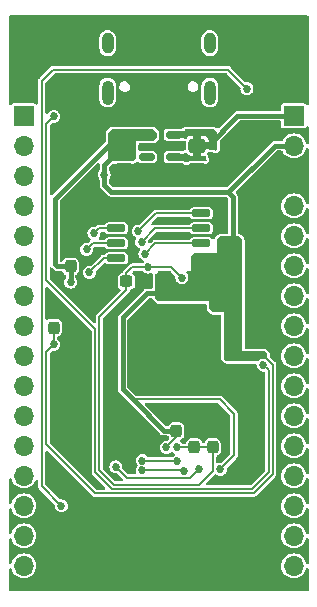
<source format=gbl>
%TF.GenerationSoftware,KiCad,Pcbnew,7.0.2-6a45011f42~172~ubuntu22.04.1*%
%TF.CreationDate,2023-05-03T21:07:19-04:00*%
%TF.ProjectId,RP2040_DevBoard_v2,52503230-3430-45f4-9465-76426f617264,-*%
%TF.SameCoordinates,Original*%
%TF.FileFunction,Copper,L2,Bot*%
%TF.FilePolarity,Positive*%
%FSLAX46Y46*%
G04 Gerber Fmt 4.6, Leading zero omitted, Abs format (unit mm)*
G04 Created by KiCad (PCBNEW 7.0.2-6a45011f42~172~ubuntu22.04.1) date 2023-05-03 21:07:19*
%MOMM*%
%LPD*%
G01*
G04 APERTURE LIST*
G04 Aperture macros list*
%AMRoundRect*
0 Rectangle with rounded corners*
0 $1 Rounding radius*
0 $2 $3 $4 $5 $6 $7 $8 $9 X,Y pos of 4 corners*
0 Add a 4 corners polygon primitive as box body*
4,1,4,$2,$3,$4,$5,$6,$7,$8,$9,$2,$3,0*
0 Add four circle primitives for the rounded corners*
1,1,$1+$1,$2,$3*
1,1,$1+$1,$4,$5*
1,1,$1+$1,$6,$7*
1,1,$1+$1,$8,$9*
0 Add four rect primitives between the rounded corners*
20,1,$1+$1,$2,$3,$4,$5,0*
20,1,$1+$1,$4,$5,$6,$7,0*
20,1,$1+$1,$6,$7,$8,$9,0*
20,1,$1+$1,$8,$9,$2,$3,0*%
G04 Aperture macros list end*
%TA.AperFunction,ComponentPad*%
%ADD10R,1.700000X1.700000*%
%TD*%
%TA.AperFunction,ComponentPad*%
%ADD11O,1.700000X1.700000*%
%TD*%
%TA.AperFunction,ComponentPad*%
%ADD12O,1.000000X2.100000*%
%TD*%
%TA.AperFunction,ComponentPad*%
%ADD13O,1.000000X1.800000*%
%TD*%
%TA.AperFunction,SMDPad,CuDef*%
%ADD14RoundRect,0.237500X0.237500X-0.300000X0.237500X0.300000X-0.237500X0.300000X-0.237500X-0.300000X0*%
%TD*%
%TA.AperFunction,SMDPad,CuDef*%
%ADD15RoundRect,0.237500X-0.237500X0.300000X-0.237500X-0.300000X0.237500X-0.300000X0.237500X0.300000X0*%
%TD*%
%TA.AperFunction,SMDPad,CuDef*%
%ADD16RoundRect,0.237500X-0.300000X-0.237500X0.300000X-0.237500X0.300000X0.237500X-0.300000X0.237500X0*%
%TD*%
%TA.AperFunction,SMDPad,CuDef*%
%ADD17RoundRect,0.237500X0.300000X0.237500X-0.300000X0.237500X-0.300000X-0.237500X0.300000X-0.237500X0*%
%TD*%
%TA.AperFunction,SMDPad,CuDef*%
%ADD18RoundRect,0.250000X-0.475000X0.337500X-0.475000X-0.337500X0.475000X-0.337500X0.475000X0.337500X0*%
%TD*%
%TA.AperFunction,SMDPad,CuDef*%
%ADD19RoundRect,0.150000X0.512500X0.150000X-0.512500X0.150000X-0.512500X-0.150000X0.512500X-0.150000X0*%
%TD*%
%TA.AperFunction,SMDPad,CuDef*%
%ADD20RoundRect,0.150000X-0.650000X-0.150000X0.650000X-0.150000X0.650000X0.150000X-0.650000X0.150000X0*%
%TD*%
%TA.AperFunction,ViaPad*%
%ADD21C,0.685800*%
%TD*%
%TA.AperFunction,Conductor*%
%ADD22C,0.381000*%
%TD*%
%TA.AperFunction,Conductor*%
%ADD23C,0.203200*%
%TD*%
G04 APERTURE END LIST*
D10*
%TO.P,J2,1,Pin_1*%
%TO.N,GPIO0*%
X156210000Y-98425000D03*
D11*
%TO.P,J2,2,Pin_2*%
%TO.N,GPIO1*%
X156210000Y-100965000D03*
%TO.P,J2,3,Pin_3*%
%TO.N,GPIO2*%
X156210000Y-103505000D03*
%TO.P,J2,4,Pin_4*%
%TO.N,MOSI*%
X156210000Y-106045000D03*
%TO.P,J2,5,Pin_5*%
%TO.N,MISO*%
X156210000Y-108585000D03*
%TO.P,J2,6,Pin_6*%
%TO.N,RX*%
X156210000Y-111125000D03*
%TO.P,J2,7,Pin_7*%
%TO.N,SCK*%
X156210000Y-113665000D03*
%TO.P,J2,8,Pin_8*%
%TO.N,GPIO7*%
X156210000Y-116205000D03*
%TO.P,J2,9,Pin_9*%
%TO.N,GPIO8*%
X156210000Y-118745000D03*
%TO.P,J2,10,Pin_10*%
%TO.N,GPIO9*%
X156210000Y-121285000D03*
%TO.P,J2,11,Pin_11*%
%TO.N,GPIO10*%
X156210000Y-123825000D03*
%TO.P,J2,12,Pin_12*%
%TO.N,GPIO13*%
X156210000Y-126365000D03*
%TO.P,J2,13,Pin_13*%
%TO.N,GPIO14*%
X156210000Y-128905000D03*
%TO.P,J2,14,Pin_14*%
%TO.N,GPIO15*%
X156210000Y-131445000D03*
%TO.P,J2,15,Pin_15*%
%TO.N,SWCLK*%
X156210000Y-133985000D03*
%TO.P,J2,16,Pin_16*%
%TO.N,SWDIO*%
X156210000Y-136525000D03*
%TD*%
D10*
%TO.P,J1,1,Pin_1*%
%TO.N,+5V*%
X179070000Y-98425000D03*
D11*
%TO.P,J1,2,Pin_2*%
%TO.N,+3.3V*%
X179070000Y-100965000D03*
%TO.P,J1,3,Pin_3*%
%TO.N,GND*%
X179070000Y-103505000D03*
%TO.P,J1,4,Pin_4*%
%TO.N,A3*%
X179070000Y-106045000D03*
%TO.P,J1,5,Pin_5*%
%TO.N,A2*%
X179070000Y-108585000D03*
%TO.P,J1,6,Pin_6*%
%TO.N,A1*%
X179070000Y-111125000D03*
%TO.P,J1,7,Pin_7*%
%TO.N,A0*%
X179070000Y-113665000D03*
%TO.P,J1,8,Pin_8*%
%TO.N,SCL*%
X179070000Y-116205000D03*
%TO.P,J1,9,Pin_9*%
%TO.N,SDA*%
X179070000Y-118745000D03*
%TO.P,J1,10,Pin_10*%
%TO.N,SCL1*%
X179070000Y-121285000D03*
%TO.P,J1,11,Pin_11*%
%TO.N,SDA1*%
X179070000Y-123825000D03*
%TO.P,J1,12,Pin_12*%
%TO.N,TX*%
X179070000Y-126365000D03*
%TO.P,J1,13,Pin_13*%
%TO.N,GPIO19*%
X179070000Y-128905000D03*
%TO.P,J1,14,Pin_14*%
%TO.N,GPIO18*%
X179070000Y-131445000D03*
%TO.P,J1,15,Pin_15*%
%TO.N,GPIO17*%
X179070000Y-133985000D03*
%TO.P,J1,16,Pin_16*%
%TO.N,GPIO16*%
X179070000Y-136525000D03*
%TD*%
D12*
%TO.P,J3,S1,SHIELD*%
%TO.N,unconnected-(J3-SHIELD-PadS1)*%
X171960000Y-96450000D03*
D13*
X171960000Y-92270000D03*
D12*
X163320000Y-96450000D03*
D13*
X163320000Y-92270000D03*
%TD*%
D14*
%TO.P,C10,1*%
%TO.N,+3.3V*%
X169113200Y-125095000D03*
%TO.P,C10,2*%
%TO.N,GND*%
X169113200Y-123370000D03*
%TD*%
%TO.P,C8,1*%
%TO.N,+3.3V*%
X158750000Y-116355200D03*
%TO.P,C8,2*%
%TO.N,GND*%
X158750000Y-114630200D03*
%TD*%
D15*
%TO.P,C13,1*%
%TO.N,+3.3V*%
X169519600Y-113461800D03*
%TO.P,C13,2*%
%TO.N,GND*%
X169519600Y-115186800D03*
%TD*%
D16*
%TO.P,C3,1*%
%TO.N,+3.3V*%
X173890600Y-115900200D03*
%TO.P,C3,2*%
%TO.N,GND*%
X175615600Y-115900200D03*
%TD*%
D14*
%TO.P,C11,1*%
%TO.N,+1V2*%
X170637200Y-126464400D03*
%TO.P,C11,2*%
%TO.N,GND*%
X170637200Y-124739400D03*
%TD*%
D16*
%TO.P,C2,1*%
%TO.N,+3.3V*%
X173889500Y-112852200D03*
%TO.P,C2,2*%
%TO.N,GND*%
X175614500Y-112852200D03*
%TD*%
D17*
%TO.P,C9,1*%
%TO.N,+1V2*%
X164895700Y-112445800D03*
%TO.P,C9,2*%
%TO.N,GND*%
X163170700Y-112445800D03*
%TD*%
D18*
%TO.P,C14,1*%
%TO.N,+5V*%
X170891200Y-100943500D03*
%TO.P,C14,2*%
%TO.N,GND*%
X170891200Y-103018500D03*
%TD*%
D14*
%TO.P,C7,1*%
%TO.N,+1V2*%
X172212000Y-126466600D03*
%TO.P,C7,2*%
%TO.N,GND*%
X172212000Y-124741600D03*
%TD*%
D16*
%TO.P,C15,1*%
%TO.N,+3.3V*%
X173889500Y-117424200D03*
%TO.P,C15,2*%
%TO.N,GND*%
X175614500Y-117424200D03*
%TD*%
D19*
%TO.P,U1,1,VIN*%
%TO.N,+5V*%
X168910000Y-100015000D03*
%TO.P,U1,2,GND*%
%TO.N,GND*%
X168910000Y-100965000D03*
%TO.P,U1,3,EN*%
%TO.N,+5V*%
X168910000Y-101915000D03*
%TO.P,U1,4,NC*%
%TO.N,unconnected-(U1-NC-Pad4)*%
X166635000Y-101915000D03*
%TO.P,U1,5,VOUT*%
%TO.N,+3.3V*%
X166635000Y-100015000D03*
%TD*%
D18*
%TO.P,C18,1*%
%TO.N,+3.3V*%
X164668200Y-100968900D03*
%TO.P,C18,2*%
%TO.N,GND*%
X164668200Y-103043900D03*
%TD*%
D16*
%TO.P,C5,1*%
%TO.N,+3.3V*%
X173890600Y-109804200D03*
%TO.P,C5,2*%
%TO.N,GND*%
X175615600Y-109804200D03*
%TD*%
D20*
%TO.P,U3,1,~{CS}*%
%TO.N,QSPI_CS*%
X164040000Y-110490000D03*
%TO.P,U3,2,DO(IO1)*%
%TO.N,QSPI_DATA(1)*%
X164040000Y-109220000D03*
%TO.P,U3,3,IO2*%
%TO.N,QSPI_DATA(2)*%
X164040000Y-107950000D03*
%TO.P,U3,4,GND*%
%TO.N,GND*%
X164040000Y-106680000D03*
%TO.P,U3,5,DI(IO0)*%
%TO.N,QSPI_DATA(0)*%
X171240000Y-106680000D03*
%TO.P,U3,6,CLK*%
%TO.N,QSPI_SCK*%
X171240000Y-107950000D03*
%TO.P,U3,7,IO3*%
%TO.N,QSPI_DATA(3)*%
X171240000Y-109220000D03*
%TO.P,U3,8,VCC*%
%TO.N,+3.3V*%
X171240000Y-110490000D03*
%TD*%
D14*
%TO.P,C12,1*%
%TO.N,+3.3V*%
X160172400Y-111175800D03*
%TO.P,C12,2*%
%TO.N,GND*%
X160172400Y-109450800D03*
%TD*%
D16*
%TO.P,C1,1*%
%TO.N,+3.3V*%
X173888400Y-114376200D03*
%TO.P,C1,2*%
%TO.N,GND*%
X175613400Y-114376200D03*
%TD*%
D15*
%TO.P,C6,1*%
%TO.N,+3.3V*%
X167995600Y-113464000D03*
%TO.P,C6,2*%
%TO.N,GND*%
X167995600Y-115189000D03*
%TD*%
D16*
%TO.P,C4,1*%
%TO.N,+3.3V*%
X173889500Y-111328200D03*
%TO.P,C4,2*%
%TO.N,GND*%
X175614500Y-111328200D03*
%TD*%
D21*
%TO.N,+3.3V*%
X158750000Y-117779800D03*
X167958450Y-112154650D03*
X172844381Y-128348819D03*
X176379360Y-118671400D03*
X163017200Y-103403400D03*
X171475400Y-112115600D03*
X168275000Y-126492000D03*
X172491400Y-114376200D03*
X170561000Y-112115600D03*
X160172400Y-112496600D03*
%TO.N,GND*%
X170895000Y-92950000D03*
X164545000Y-92950000D03*
X159465000Y-92950000D03*
X173435000Y-92950000D03*
X174705000Y-120890000D03*
X159465000Y-137400000D03*
X156925000Y-96760000D03*
X172165000Y-101840000D03*
X156925000Y-94220000D03*
X174705000Y-127240000D03*
X160735000Y-96760000D03*
X155655000Y-94220000D03*
X172110400Y-132308600D03*
X163275000Y-134860000D03*
X164545000Y-91680000D03*
X159465000Y-96760000D03*
X169625000Y-92950000D03*
X160735000Y-137400000D03*
X174705000Y-92950000D03*
X168355000Y-91680000D03*
X168355000Y-132320000D03*
X172165000Y-120890000D03*
X162005000Y-96760000D03*
X164545000Y-136130000D03*
X175975000Y-105650000D03*
X175975000Y-134860000D03*
X177245000Y-91680000D03*
X159465000Y-95490000D03*
X168757600Y-118694200D03*
X174705000Y-100570000D03*
X165815000Y-91680000D03*
X163275000Y-137400000D03*
X170895000Y-132320000D03*
X164545000Y-132320000D03*
X166319200Y-116255800D03*
X175975000Y-106920000D03*
X167085000Y-103110000D03*
X164545000Y-133590000D03*
X167085000Y-91680000D03*
X175975000Y-108190000D03*
X164545000Y-105650000D03*
X156925000Y-92950000D03*
X168355000Y-92950000D03*
X165815000Y-92950000D03*
X174705000Y-106920000D03*
X156925000Y-95490000D03*
X167085000Y-132320000D03*
X175975000Y-127240000D03*
X164541200Y-131038600D03*
X174705000Y-124700000D03*
X175975000Y-104380000D03*
X160735000Y-101840000D03*
X173435000Y-101840000D03*
X164545000Y-137400000D03*
X174705000Y-123430000D03*
X167085000Y-137400000D03*
X165815000Y-137400000D03*
X155655000Y-92950000D03*
X172165000Y-105650000D03*
X166014400Y-126161600D03*
X163275000Y-136130000D03*
X155655000Y-91680000D03*
X158851600Y-120472200D03*
X162005000Y-134860000D03*
X156925000Y-91680000D03*
X170895000Y-105650000D03*
X155655000Y-95490000D03*
X174705000Y-137400000D03*
X162001200Y-133629400D03*
X165815000Y-106920000D03*
X170895000Y-120890000D03*
X158195000Y-92950000D03*
X174705000Y-122160000D03*
X178515000Y-91680000D03*
X175975000Y-136130000D03*
X174705000Y-101840000D03*
X162005000Y-137400000D03*
X173329600Y-125958600D03*
X155655000Y-96760000D03*
X165815000Y-105650000D03*
X162005000Y-95490000D03*
X173435000Y-103110000D03*
X177245000Y-96760000D03*
X160096200Y-129565400D03*
X173435000Y-91680000D03*
X160735000Y-95490000D03*
X158195000Y-137400000D03*
X158195000Y-91680000D03*
X160680400Y-130175000D03*
X162005000Y-136130000D03*
X166319200Y-118694200D03*
X162005000Y-92950000D03*
X163271200Y-132308600D03*
X161442400Y-128244600D03*
X170895000Y-91680000D03*
X160731200Y-134848600D03*
X160735000Y-92950000D03*
X169625000Y-91680000D03*
X164545000Y-134860000D03*
X173435000Y-96760000D03*
X177245000Y-94220000D03*
X172165000Y-103110000D03*
X168808400Y-116255800D03*
X175975000Y-125970000D03*
X167085000Y-92950000D03*
X167085000Y-131050000D03*
X173329600Y-124688600D03*
X174705000Y-125970000D03*
X173435000Y-120890000D03*
X162687000Y-100330000D03*
X163275000Y-133590000D03*
X174705000Y-105650000D03*
X178515000Y-94220000D03*
X167085000Y-105650000D03*
X162005000Y-91680000D03*
X177245000Y-95490000D03*
X169625000Y-132320000D03*
X162005000Y-98030000D03*
X159512000Y-130200400D03*
X175975000Y-137400000D03*
%TO.N,+1V2*%
X169595800Y-112115600D03*
X166751000Y-111226600D03*
X169189400Y-126492000D03*
%TO.N,USBBOOT*%
X176489413Y-119522187D03*
X158750000Y-98475800D03*
%TO.N,SWCLK*%
X169202600Y-127685800D03*
X166243000Y-127609600D03*
%TO.N,SWDIO*%
X169799000Y-128473200D03*
X166243000Y-128447303D03*
%TO.N,QSPI_CS*%
X161772600Y-111683800D03*
%TO.N,RESET*%
X164007800Y-128143000D03*
X159385000Y-131445000D03*
X171018200Y-128320800D03*
X175107600Y-96113600D03*
%TO.N,QSPI_DATA(3)*%
X166471600Y-110109000D03*
%TO.N,QSPI_DATA(0)*%
X165912800Y-108178600D03*
%TO.N,QSPI_DATA(2)*%
X162153600Y-108356400D03*
%TO.N,QSPI_DATA(1)*%
X161533119Y-109737281D03*
%TO.N,QSPI_SCK*%
X166192200Y-109093000D03*
%TD*%
D22*
%TO.N,+3.3V*%
X163017200Y-104267000D02*
X163626800Y-104876600D01*
D23*
X168275000Y-126492000D02*
X169113200Y-125653800D01*
X174015400Y-123647200D02*
X172783500Y-122415300D01*
D22*
X158851600Y-105435400D02*
X158851600Y-110972600D01*
D23*
X173890600Y-114378400D02*
X173888400Y-114376200D01*
X162255200Y-130378200D02*
X158089600Y-126212600D01*
D22*
X173532800Y-104876600D02*
X177444400Y-100965000D01*
D23*
X172844381Y-128348819D02*
X174015400Y-127177800D01*
X175661294Y-130378200D02*
X162255200Y-130378200D01*
X158089600Y-126212600D02*
X158089600Y-118440200D01*
X176379360Y-118671400D02*
X176482771Y-118671400D01*
D22*
X168097200Y-125095000D02*
X169113200Y-125095000D01*
D23*
X158750000Y-116355200D02*
X158750000Y-117779800D01*
D22*
X164668200Y-100968900D02*
X163318100Y-100968900D01*
D23*
X169113200Y-125653800D02*
X169113200Y-125095000D01*
D22*
X177444400Y-100965000D02*
X179070000Y-100965000D01*
X173913800Y-108762800D02*
X173913800Y-105257600D01*
D23*
X174015400Y-127177800D02*
X174015400Y-123647200D01*
X176482771Y-118671400D02*
X177292000Y-119480629D01*
D22*
X159054800Y-111175800D02*
X160172400Y-111175800D01*
X163017200Y-103403400D02*
X163017200Y-104267000D01*
D23*
X158089600Y-118440200D02*
X158750000Y-117779800D01*
D22*
X164592000Y-121589800D02*
X165417500Y-122415300D01*
X164668200Y-100968900D02*
X163017200Y-102619900D01*
X163318100Y-100968900D02*
X158851600Y-105435400D01*
D23*
X177292000Y-119480629D02*
X177292000Y-128747494D01*
D22*
X173913800Y-105257600D02*
X173532800Y-104876600D01*
X164592000Y-115493800D02*
X164592000Y-121589800D01*
X166621800Y-113464000D02*
X164592000Y-115493800D01*
X160172400Y-112496600D02*
X160172400Y-111175800D01*
D23*
X177292000Y-128747494D02*
X175661294Y-130378200D01*
D22*
X158851600Y-110972600D02*
X159054800Y-111175800D01*
D23*
X172783500Y-122415300D02*
X165417500Y-122415300D01*
D22*
X163626800Y-104876600D02*
X173532800Y-104876600D01*
X165417500Y-122415300D02*
X168097200Y-125095000D01*
X167995600Y-113464000D02*
X166621800Y-113464000D01*
X163017200Y-102619900D02*
X163017200Y-103403400D01*
D23*
%TO.N,+1V2*%
X170637200Y-126464400D02*
X172209800Y-126464400D01*
X162610800Y-128452906D02*
X163824894Y-129667000D01*
X164895700Y-112445800D02*
X164895700Y-113208900D01*
X165404800Y-111226600D02*
X164895700Y-111735700D01*
X171069000Y-129667000D02*
X172212000Y-128524000D01*
X164895700Y-111735700D02*
X164895700Y-112445800D01*
X168706800Y-111226600D02*
X169595800Y-112115600D01*
X163824894Y-129667000D02*
X171069000Y-129667000D01*
X172212000Y-128524000D02*
X172212000Y-126466600D01*
X169189400Y-126492000D02*
X170609600Y-126492000D01*
X166751000Y-111226600D02*
X168706800Y-111226600D01*
X172209800Y-126464400D02*
X172212000Y-126466600D01*
X162610800Y-115493800D02*
X162610800Y-128452906D01*
X166751000Y-111226600D02*
X165404800Y-111226600D01*
X164895700Y-113208900D02*
X162610800Y-115493800D01*
D22*
%TO.N,+5V*%
X171771632Y-100943500D02*
X174290132Y-98425000D01*
X170891200Y-100943500D02*
X171771632Y-100943500D01*
X174290132Y-98425000D02*
X179070000Y-98425000D01*
D23*
%TO.N,USBBOOT*%
X158089600Y-99136200D02*
X158750000Y-98475800D01*
X176489413Y-119522187D02*
X176936400Y-119969174D01*
X176936400Y-128600200D02*
X175514000Y-130022600D01*
X175514000Y-130022600D02*
X163677600Y-130022600D01*
X162255200Y-128600200D02*
X162255200Y-116509800D01*
X176936400Y-119969174D02*
X176936400Y-128600200D01*
X163677600Y-130022600D02*
X162255200Y-128600200D01*
X162255200Y-116509800D02*
X158089600Y-112344200D01*
X158089600Y-112344200D02*
X158089600Y-99136200D01*
%TO.N,SWCLK*%
X169126400Y-127609600D02*
X166243000Y-127609600D01*
X169202600Y-127685800D02*
X169126400Y-127609600D01*
%TO.N,SWDIO*%
X169773103Y-128447303D02*
X166243000Y-128447303D01*
X169799000Y-128473200D02*
X169773103Y-128447303D01*
%TO.N,QSPI_CS*%
X161772600Y-111683800D02*
X162966400Y-110490000D01*
X162966400Y-110490000D02*
X164040000Y-110490000D01*
%TO.N,RESET*%
X157734000Y-129794000D02*
X157734000Y-95478600D01*
X170268900Y-129070100D02*
X164934900Y-129070100D01*
X164934900Y-129070100D02*
X164007800Y-128143000D01*
X171018200Y-128320800D02*
X170268900Y-129070100D01*
X173507400Y-94513400D02*
X175107600Y-96113600D01*
X158699200Y-94513400D02*
X173507400Y-94513400D01*
X157734000Y-95478600D02*
X158699200Y-94513400D01*
X159385000Y-131445000D02*
X157734000Y-129794000D01*
%TO.N,QSPI_DATA(3)*%
X167360600Y-109220000D02*
X171240000Y-109220000D01*
X166471600Y-110109000D02*
X167360600Y-109220000D01*
%TO.N,QSPI_DATA(0)*%
X165912800Y-108178600D02*
X167411400Y-106680000D01*
X167411400Y-106680000D02*
X171240000Y-106680000D01*
%TO.N,QSPI_DATA(2)*%
X162153600Y-108356400D02*
X162560000Y-107950000D01*
X162560000Y-107950000D02*
X164040000Y-107950000D01*
%TO.N,QSPI_DATA(1)*%
X162050400Y-109220000D02*
X164040000Y-109220000D01*
X161533119Y-109737281D02*
X162050400Y-109220000D01*
%TO.N,QSPI_SCK*%
X166192200Y-109093000D02*
X167335200Y-107950000D01*
X167335200Y-107950000D02*
X171240000Y-107950000D01*
%TD*%
%TA.AperFunction,Conductor*%
%TO.N,+5V*%
G36*
X172354931Y-99588002D02*
G01*
X172375905Y-99604905D01*
X172556095Y-99785095D01*
X172590121Y-99847407D01*
X172593000Y-99874190D01*
X172593000Y-101237074D01*
X172572998Y-101305195D01*
X172519342Y-101351688D01*
X172449068Y-101361792D01*
X172418783Y-101353483D01*
X172307691Y-101307468D01*
X172165000Y-101288683D01*
X172005863Y-101309634D01*
X172005688Y-101308310D01*
X171954800Y-101313781D01*
X171891314Y-101282000D01*
X171888079Y-101278878D01*
X171870201Y-101261000D01*
X171208700Y-101261000D01*
X171208700Y-101784999D01*
X171411040Y-101784999D01*
X171417764Y-101784638D01*
X171481433Y-101777795D01*
X171551302Y-101790402D01*
X171603262Y-101838782D01*
X171619821Y-101886626D01*
X171632468Y-101982691D01*
X171675273Y-102086033D01*
X171682862Y-102156623D01*
X171651082Y-102220110D01*
X171590023Y-102256336D01*
X171519072Y-102253802D01*
X171517249Y-102253180D01*
X171451500Y-102230173D01*
X171423789Y-102227575D01*
X171423782Y-102227574D01*
X171420853Y-102227300D01*
X171417899Y-102227300D01*
X170364483Y-102227300D01*
X170364461Y-102227300D01*
X170361548Y-102227301D01*
X170358644Y-102227573D01*
X170358627Y-102227574D01*
X170330897Y-102230174D01*
X170201804Y-102275345D01*
X170117752Y-102337379D01*
X170051065Y-102361737D01*
X170042931Y-102362000D01*
X169930204Y-102362000D01*
X169862083Y-102341998D01*
X169815590Y-102288342D01*
X169806747Y-102226843D01*
X169799490Y-102215000D01*
X168736000Y-102215000D01*
X168667879Y-102194998D01*
X168621386Y-102141342D01*
X168610000Y-102089000D01*
X168610000Y-101741000D01*
X168630002Y-101672879D01*
X168683658Y-101626386D01*
X168736000Y-101615000D01*
X169799490Y-101615000D01*
X169809222Y-101599119D01*
X169861869Y-101551487D01*
X169931911Y-101539880D01*
X169997108Y-101567983D01*
X170017523Y-101589444D01*
X170056152Y-101641046D01*
X170172173Y-101727898D01*
X170307967Y-101778546D01*
X170364641Y-101784639D01*
X170371357Y-101784999D01*
X170573700Y-101784999D01*
X170573700Y-100102000D01*
X171208700Y-100102000D01*
X171208700Y-100626000D01*
X171870199Y-100626000D01*
X171870199Y-100561160D01*
X171869838Y-100554433D01*
X171863747Y-100497764D01*
X171813100Y-100361976D01*
X171726247Y-100245952D01*
X171610226Y-100159101D01*
X171474432Y-100108453D01*
X171417759Y-100102360D01*
X171411042Y-100102000D01*
X171208700Y-100102000D01*
X170573700Y-100102000D01*
X170371359Y-100102000D01*
X170364633Y-100102361D01*
X170307964Y-100108452D01*
X170172176Y-100159099D01*
X170056151Y-100245953D01*
X170003034Y-100316911D01*
X169946199Y-100359458D01*
X169875383Y-100364523D01*
X169813071Y-100330498D01*
X169800853Y-100315000D01*
X168736000Y-100315000D01*
X168667879Y-100294998D01*
X168621386Y-100241342D01*
X168610000Y-100189000D01*
X168610000Y-99841000D01*
X168630002Y-99772879D01*
X168683658Y-99726386D01*
X168736000Y-99715000D01*
X169799490Y-99715000D01*
X169808405Y-99700451D01*
X169804833Y-99681428D01*
X169831532Y-99615643D01*
X169889559Y-99574736D01*
X169930204Y-99568000D01*
X172286810Y-99568000D01*
X172354931Y-99588002D01*
G37*
%TD.AperFunction*%
%TD*%
%TA.AperFunction,Conductor*%
%TO.N,GND*%
G36*
X180281621Y-89936502D02*
G01*
X180328114Y-89990158D01*
X180339500Y-90042500D01*
X180339500Y-97420809D01*
X180319498Y-97488930D01*
X180265842Y-97535423D01*
X180195568Y-97545527D01*
X180130988Y-97516033D01*
X180108734Y-97490810D01*
X180106359Y-97487256D01*
X180066860Y-97428140D01*
X179999480Y-97383119D01*
X179940064Y-97371300D01*
X178199936Y-97371300D01*
X178170228Y-97377209D01*
X178140519Y-97383119D01*
X178073140Y-97428140D01*
X178028119Y-97495519D01*
X178016300Y-97554937D01*
X178016300Y-97904800D01*
X177996298Y-97972921D01*
X177942642Y-98019414D01*
X177890300Y-98030800D01*
X174227696Y-98030800D01*
X174207250Y-98037442D01*
X174188038Y-98042055D01*
X174166799Y-98045420D01*
X174147640Y-98055181D01*
X174129384Y-98062743D01*
X174108937Y-98069387D01*
X174091544Y-98082023D01*
X174074696Y-98092347D01*
X174055539Y-98102108D01*
X173973814Y-98183831D01*
X173973797Y-98183851D01*
X172700974Y-99456674D01*
X172638662Y-99490700D01*
X172567847Y-99485635D01*
X172525188Y-99459016D01*
X172524686Y-99458540D01*
X172523478Y-99457332D01*
X172506863Y-99442407D01*
X172505556Y-99441354D01*
X172505547Y-99441346D01*
X172485892Y-99425506D01*
X172485890Y-99425505D01*
X172485889Y-99425504D01*
X172429209Y-99395854D01*
X172413725Y-99387754D01*
X172345605Y-99367753D01*
X172286813Y-99359300D01*
X172286810Y-99359300D01*
X169930204Y-99359300D01*
X169927642Y-99359510D01*
X169927637Y-99359511D01*
X169898637Y-99361897D01*
X169898619Y-99361899D01*
X169896082Y-99362108D01*
X169893555Y-99362526D01*
X169893553Y-99362527D01*
X169855437Y-99368844D01*
X169855226Y-99368879D01*
X169769309Y-99404161D01*
X169712868Y-99443950D01*
X169712854Y-99443960D01*
X169711283Y-99445068D01*
X169709788Y-99446264D01*
X169709775Y-99446275D01*
X169677213Y-99472352D01*
X169675375Y-99470058D01*
X169641918Y-99496854D01*
X169594051Y-99506300D01*
X168736000Y-99506300D01*
X168732653Y-99506659D01*
X168732649Y-99506660D01*
X168696206Y-99510578D01*
X168682738Y-99511300D01*
X168363934Y-99511300D01*
X168295181Y-99521317D01*
X168189128Y-99573162D01*
X168105660Y-99656630D01*
X168053817Y-99762677D01*
X168043800Y-99831433D01*
X168043800Y-100198565D01*
X168053817Y-100267318D01*
X168105662Y-100373371D01*
X168189130Y-100456839D01*
X168295177Y-100508682D01*
X168295179Y-100508682D01*
X168295181Y-100508683D01*
X168363931Y-100518700D01*
X168692210Y-100518699D01*
X168710144Y-100519981D01*
X168736000Y-100523700D01*
X169699261Y-100523700D01*
X169759645Y-100539111D01*
X169775364Y-100547695D01*
X169798477Y-100558536D01*
X169855702Y-100567360D01*
X169919979Y-100597510D01*
X169957752Y-100657624D01*
X169962500Y-100691888D01*
X169962500Y-101216426D01*
X169942498Y-101284547D01*
X169888842Y-101331040D01*
X169857101Y-101340730D01*
X169829659Y-101345277D01*
X169829606Y-101345287D01*
X169827750Y-101345595D01*
X169825912Y-101346016D01*
X169825869Y-101346025D01*
X169802867Y-101351301D01*
X169802865Y-101351301D01*
X169802865Y-101351302D01*
X169733484Y-101390203D01*
X169671865Y-101406300D01*
X168736000Y-101406300D01*
X168732653Y-101406659D01*
X168732649Y-101406660D01*
X168696206Y-101410578D01*
X168682738Y-101411300D01*
X168363934Y-101411300D01*
X168295181Y-101421317D01*
X168189128Y-101473162D01*
X168105660Y-101556630D01*
X168053817Y-101662677D01*
X168043800Y-101731433D01*
X168043800Y-102098565D01*
X168043801Y-102098569D01*
X168053817Y-102167319D01*
X168093402Y-102248293D01*
X168105662Y-102273371D01*
X168189130Y-102356839D01*
X168295177Y-102408682D01*
X168295179Y-102408682D01*
X168295181Y-102408683D01*
X168363931Y-102418700D01*
X168692210Y-102418699D01*
X168710144Y-102419981D01*
X168736000Y-102423700D01*
X169599186Y-102423700D01*
X169667307Y-102443702D01*
X169694409Y-102467186D01*
X169703091Y-102477205D01*
X169704358Y-102478667D01*
X169721896Y-102496567D01*
X169722225Y-102496903D01*
X169803288Y-102542245D01*
X169843092Y-102553932D01*
X169871407Y-102562246D01*
X169886106Y-102564359D01*
X169930201Y-102570700D01*
X169930204Y-102570700D01*
X170042931Y-102570700D01*
X170049917Y-102570588D01*
X170057788Y-102570331D01*
X170057802Y-102570328D01*
X170057809Y-102570328D01*
X170122668Y-102557770D01*
X170189355Y-102533412D01*
X170241683Y-102505298D01*
X170285144Y-102473221D01*
X170318345Y-102455672D01*
X170354363Y-102443069D01*
X170395975Y-102436000D01*
X171386434Y-102436000D01*
X171428038Y-102443066D01*
X171449856Y-102450699D01*
X171451679Y-102451321D01*
X171471660Y-102455003D01*
X171511621Y-102462369D01*
X171516937Y-102462558D01*
X171582574Y-102464903D01*
X171608090Y-102464253D01*
X171696512Y-102435824D01*
X171757571Y-102399598D01*
X171778691Y-102385251D01*
X171837706Y-102313529D01*
X171869486Y-102250042D01*
X171879496Y-102226557D01*
X171890366Y-102134315D01*
X171882777Y-102063725D01*
X171872587Y-102023798D01*
X171868088Y-102006168D01*
X171842144Y-101943536D01*
X171833630Y-101911760D01*
X171827154Y-101862561D01*
X171827153Y-101862560D01*
X171826736Y-101859386D01*
X171817043Y-101818367D01*
X171800484Y-101770523D01*
X171797667Y-101762873D01*
X171797667Y-101762872D01*
X171775052Y-101729580D01*
X171758695Y-101705498D01*
X171736965Y-101637910D01*
X171755225Y-101569302D01*
X171807679Y-101521458D01*
X171877670Y-101509567D01*
X171977106Y-101521285D01*
X171977107Y-101521284D01*
X171977109Y-101521285D01*
X172014113Y-101517305D01*
X172028066Y-101517212D01*
X172033102Y-101516548D01*
X172033104Y-101516549D01*
X172148557Y-101501349D01*
X172181446Y-101501349D01*
X172236769Y-101508632D01*
X172268529Y-101517142D01*
X172338918Y-101546297D01*
X172363565Y-101554746D01*
X172393850Y-101563055D01*
X172478769Y-101568368D01*
X172549043Y-101558264D01*
X172574042Y-101553092D01*
X172656011Y-101509413D01*
X172709667Y-101462920D01*
X172727903Y-101445053D01*
X172773244Y-101363992D01*
X172793246Y-101295871D01*
X172801700Y-101237074D01*
X172801700Y-100523104D01*
X172821702Y-100454983D01*
X172838605Y-100434009D01*
X174416510Y-98856105D01*
X174478822Y-98822079D01*
X174505605Y-98819200D01*
X177890300Y-98819200D01*
X177958421Y-98839202D01*
X178004914Y-98892858D01*
X178016300Y-98945199D01*
X178016300Y-99295064D01*
X178028119Y-99354480D01*
X178073140Y-99421860D01*
X178140520Y-99466881D01*
X178199936Y-99478700D01*
X178199937Y-99478700D01*
X179940063Y-99478700D01*
X179940064Y-99478700D01*
X179999480Y-99466881D01*
X180066860Y-99421860D01*
X180108735Y-99359187D01*
X180163211Y-99313661D01*
X180233654Y-99304812D01*
X180297698Y-99335453D01*
X180335010Y-99395854D01*
X180339500Y-99429190D01*
X180339500Y-100670675D01*
X180319498Y-100738796D01*
X180265842Y-100785289D01*
X180195568Y-100795393D01*
X180130988Y-100765899D01*
X180092925Y-100707251D01*
X180048202Y-100559816D01*
X179950358Y-100376763D01*
X179950356Y-100376760D01*
X179818683Y-100216316D01*
X179658239Y-100084643D01*
X179475186Y-99986799D01*
X179475185Y-99986798D01*
X179475184Y-99986798D01*
X179276561Y-99926547D01*
X179276558Y-99926546D01*
X179276556Y-99926546D01*
X179069999Y-99906201D01*
X178863443Y-99926546D01*
X178863440Y-99926546D01*
X178863439Y-99926547D01*
X178664816Y-99986798D01*
X178664813Y-99986799D01*
X178481760Y-100084643D01*
X178321316Y-100216316D01*
X178189643Y-100376760D01*
X178121527Y-100504196D01*
X178071775Y-100554844D01*
X178010405Y-100570800D01*
X177381964Y-100570800D01*
X177361518Y-100577442D01*
X177342306Y-100582055D01*
X177321067Y-100585420D01*
X177301908Y-100595181D01*
X177283652Y-100602743D01*
X177263205Y-100609387D01*
X177245812Y-100622023D01*
X177228965Y-100632347D01*
X177209808Y-100642109D01*
X177209807Y-100642109D01*
X177209807Y-100642110D01*
X177187597Y-100664320D01*
X175296852Y-102555065D01*
X173406422Y-104445495D01*
X173344110Y-104479521D01*
X173317327Y-104482400D01*
X163842273Y-104482400D01*
X163774152Y-104462398D01*
X163753178Y-104445495D01*
X163448305Y-104140622D01*
X163414279Y-104078310D01*
X163411400Y-104051527D01*
X163411400Y-103830329D01*
X163431402Y-103762208D01*
X163437438Y-103753624D01*
X163494655Y-103679059D01*
X163496500Y-103674606D01*
X163549731Y-103546091D01*
X163555141Y-103505000D01*
X163568517Y-103403400D01*
X163549731Y-103260709D01*
X163494655Y-103127742D01*
X163473224Y-103099813D01*
X163437437Y-103053173D01*
X163411837Y-102986953D01*
X163411400Y-102976470D01*
X163411400Y-102835373D01*
X163431402Y-102767252D01*
X163448305Y-102746277D01*
X163688579Y-102506004D01*
X163750891Y-102471979D01*
X163777674Y-102469100D01*
X164074373Y-102469100D01*
X164077014Y-102469100D01*
X164111981Y-102466150D01*
X164124980Y-102463940D01*
X164134312Y-102462711D01*
X164142454Y-102461948D01*
X164154198Y-102461400D01*
X165182194Y-102461400D01*
X165193953Y-102461950D01*
X165202082Y-102462712D01*
X165211431Y-102463943D01*
X165224425Y-102466151D01*
X165259385Y-102469100D01*
X165262026Y-102469100D01*
X165413930Y-102469100D01*
X165416411Y-102469027D01*
X165430310Y-102468456D01*
X165432763Y-102468287D01*
X165445988Y-102467233D01*
X165446043Y-102467217D01*
X165446048Y-102467217D01*
X165524415Y-102445114D01*
X165579812Y-102416888D01*
X165632639Y-102378508D01*
X165695123Y-102316022D01*
X165757435Y-102281998D01*
X165828251Y-102287062D01*
X165873314Y-102316023D01*
X165914130Y-102356839D01*
X166020177Y-102408682D01*
X166020179Y-102408682D01*
X166020181Y-102408683D01*
X166088931Y-102418700D01*
X167181068Y-102418699D01*
X167249819Y-102408683D01*
X167355869Y-102356839D01*
X167439339Y-102273369D01*
X167462225Y-102226554D01*
X167491182Y-102167322D01*
X167491182Y-102167320D01*
X167491183Y-102167319D01*
X167501200Y-102098569D01*
X167501199Y-101731432D01*
X167491183Y-101662681D01*
X167439339Y-101556631D01*
X167439337Y-101556629D01*
X167439337Y-101556628D01*
X167355869Y-101473160D01*
X167249822Y-101421317D01*
X167215444Y-101416308D01*
X167181069Y-101411300D01*
X167181066Y-101411300D01*
X166088932Y-101411300D01*
X166062464Y-101415157D01*
X165992172Y-101405184D01*
X165938429Y-101358791D01*
X165918300Y-101290708D01*
X165918300Y-100872785D01*
X165938302Y-100804664D01*
X165991958Y-100758171D01*
X166046123Y-100746798D01*
X167163109Y-100762986D01*
X167180238Y-100762531D01*
X167196713Y-100761415D01*
X167276005Y-100739827D01*
X167331606Y-100712003D01*
X167384709Y-100674007D01*
X167578718Y-100482790D01*
X167590429Y-100470257D01*
X167601198Y-100457739D01*
X167641472Y-100386125D01*
X167660685Y-100326994D01*
X167670900Y-100262502D01*
X167670900Y-99863669D01*
X167670827Y-99861188D01*
X167670256Y-99847289D01*
X167670087Y-99844836D01*
X167669033Y-99831610D01*
X167669017Y-99831554D01*
X167669017Y-99831551D01*
X167646914Y-99753184D01*
X167618689Y-99697789D01*
X167580309Y-99644963D01*
X167385238Y-99449892D01*
X167385184Y-99449842D01*
X167383433Y-99448191D01*
X167373202Y-99438766D01*
X167371320Y-99437125D01*
X167361253Y-99428544D01*
X167315369Y-99402849D01*
X167290153Y-99388728D01*
X167250236Y-99375758D01*
X167231023Y-99369515D01*
X167214898Y-99366961D01*
X167166530Y-99359300D01*
X163668470Y-99359300D01*
X163665989Y-99359373D01*
X163652089Y-99359944D01*
X163649634Y-99360113D01*
X163636409Y-99361166D01*
X163557987Y-99383284D01*
X163502589Y-99411510D01*
X163467334Y-99437125D01*
X163452104Y-99448191D01*
X163449761Y-99449893D01*
X163254692Y-99644962D01*
X163252991Y-99646767D01*
X163243566Y-99656998D01*
X163241925Y-99658880D01*
X163233344Y-99668946D01*
X163217192Y-99697790D01*
X163193528Y-99740047D01*
X163186801Y-99760750D01*
X163174315Y-99799176D01*
X163174315Y-99799178D01*
X163164101Y-99863669D01*
X163164100Y-99863673D01*
X163164100Y-100527732D01*
X163144098Y-100595853D01*
X163095310Y-100639995D01*
X163083508Y-100646008D01*
X163024470Y-100705041D01*
X163024391Y-100705125D01*
X158617007Y-105112510D01*
X158609989Y-105119528D01*
X158547674Y-105153548D01*
X158476859Y-105148479D01*
X158420026Y-105105928D01*
X158395220Y-105039406D01*
X158394900Y-105030426D01*
X158394900Y-99314849D01*
X158414902Y-99246728D01*
X158431800Y-99225758D01*
X158600415Y-99057142D01*
X158662725Y-99023119D01*
X158705950Y-99021317D01*
X158750000Y-99027117D01*
X158892691Y-99008331D01*
X159025659Y-98953255D01*
X159139840Y-98865640D01*
X159227455Y-98751459D01*
X159282531Y-98618491D01*
X159301317Y-98475800D01*
X159282531Y-98333109D01*
X159227455Y-98200142D01*
X159227454Y-98200141D01*
X159227454Y-98200140D01*
X159139841Y-98085961D01*
X159139838Y-98085959D01*
X159087008Y-98045420D01*
X159025657Y-97998343D01*
X158892691Y-97943268D01*
X158766599Y-97926668D01*
X158750000Y-97924483D01*
X158749999Y-97924483D01*
X158607310Y-97943268D01*
X158474340Y-97998345D01*
X158360159Y-98085959D01*
X158265262Y-98209633D01*
X158207924Y-98251500D01*
X158137053Y-98255722D01*
X158075151Y-98220958D01*
X158041869Y-98158245D01*
X158039300Y-98132929D01*
X158039300Y-97042563D01*
X162616300Y-97042563D01*
X162616758Y-97046338D01*
X162616759Y-97046348D01*
X162631729Y-97169640D01*
X162692329Y-97329427D01*
X162782038Y-97459394D01*
X162789405Y-97470066D01*
X162917317Y-97583387D01*
X163068632Y-97662803D01*
X163234555Y-97703700D01*
X163234557Y-97703700D01*
X163405443Y-97703700D01*
X163405445Y-97703700D01*
X163571368Y-97662803D01*
X163722683Y-97583387D01*
X163850595Y-97470066D01*
X163947671Y-97329427D01*
X164008270Y-97169643D01*
X164023700Y-97042563D01*
X171256300Y-97042563D01*
X171256758Y-97046338D01*
X171256759Y-97046348D01*
X171271729Y-97169640D01*
X171332329Y-97329427D01*
X171422038Y-97459394D01*
X171429405Y-97470066D01*
X171557317Y-97583387D01*
X171708632Y-97662803D01*
X171874555Y-97703700D01*
X171874557Y-97703700D01*
X172045443Y-97703700D01*
X172045445Y-97703700D01*
X172211368Y-97662803D01*
X172362683Y-97583387D01*
X172490595Y-97470066D01*
X172587671Y-97329427D01*
X172648270Y-97169643D01*
X172663700Y-97042563D01*
X172663700Y-95857437D01*
X172648270Y-95730357D01*
X172587671Y-95570573D01*
X172490595Y-95429934D01*
X172362683Y-95316613D01*
X172211368Y-95237197D01*
X172045445Y-95196300D01*
X171874555Y-95196300D01*
X171765861Y-95223091D01*
X171708631Y-95237197D01*
X171557316Y-95316613D01*
X171429404Y-95429934D01*
X171332329Y-95570572D01*
X171271729Y-95730359D01*
X171256759Y-95853651D01*
X171256758Y-95853662D01*
X171256300Y-95857437D01*
X171256300Y-97042563D01*
X164023700Y-97042563D01*
X164023700Y-95915802D01*
X164293668Y-95915802D01*
X164303861Y-96051828D01*
X164353696Y-96178805D01*
X164438742Y-96285451D01*
X164438745Y-96285453D01*
X164551450Y-96362293D01*
X164681797Y-96402500D01*
X164783908Y-96402500D01*
X164783910Y-96402500D01*
X164884883Y-96387281D01*
X165007781Y-96328096D01*
X165107775Y-96235316D01*
X165175978Y-96117184D01*
X165206331Y-95984197D01*
X165201206Y-95915802D01*
X170073668Y-95915802D01*
X170083861Y-96051828D01*
X170133696Y-96178805D01*
X170218742Y-96285451D01*
X170218745Y-96285453D01*
X170331450Y-96362293D01*
X170461797Y-96402500D01*
X170563908Y-96402500D01*
X170563910Y-96402500D01*
X170664883Y-96387281D01*
X170787781Y-96328096D01*
X170887775Y-96235316D01*
X170955978Y-96117184D01*
X170986331Y-95984197D01*
X170976138Y-95848172D01*
X170972123Y-95837940D01*
X170926303Y-95721194D01*
X170841257Y-95614548D01*
X170757055Y-95557141D01*
X170728550Y-95537707D01*
X170728549Y-95537706D01*
X170728548Y-95537706D01*
X170598203Y-95497500D01*
X170496090Y-95497500D01*
X170428774Y-95507646D01*
X170395116Y-95512719D01*
X170272220Y-95571903D01*
X170272218Y-95571904D01*
X170272219Y-95571904D01*
X170172225Y-95664684D01*
X170172223Y-95664686D01*
X170172224Y-95664686D01*
X170104022Y-95782815D01*
X170073668Y-95915802D01*
X165201206Y-95915802D01*
X165196138Y-95848172D01*
X165192123Y-95837940D01*
X165146303Y-95721194D01*
X165061257Y-95614548D01*
X164977055Y-95557141D01*
X164948550Y-95537707D01*
X164948549Y-95537706D01*
X164948548Y-95537706D01*
X164818203Y-95497500D01*
X164716090Y-95497500D01*
X164648774Y-95507646D01*
X164615116Y-95512719D01*
X164492220Y-95571903D01*
X164492218Y-95571904D01*
X164492219Y-95571904D01*
X164392225Y-95664684D01*
X164392223Y-95664686D01*
X164392224Y-95664686D01*
X164324022Y-95782815D01*
X164293668Y-95915802D01*
X164023700Y-95915802D01*
X164023700Y-95857437D01*
X164008270Y-95730357D01*
X163947671Y-95570573D01*
X163850595Y-95429934D01*
X163722683Y-95316613D01*
X163571368Y-95237197D01*
X163405445Y-95196300D01*
X163234555Y-95196300D01*
X163125861Y-95223091D01*
X163068631Y-95237197D01*
X162917316Y-95316613D01*
X162789404Y-95429934D01*
X162692329Y-95570572D01*
X162631729Y-95730359D01*
X162616759Y-95853651D01*
X162616758Y-95853662D01*
X162616300Y-95857437D01*
X162616300Y-97042563D01*
X158039300Y-97042563D01*
X158039300Y-95657249D01*
X158059302Y-95589128D01*
X158076205Y-95568153D01*
X158788755Y-94855604D01*
X158851067Y-94821579D01*
X158877850Y-94818700D01*
X173328751Y-94818700D01*
X173396872Y-94838702D01*
X173417846Y-94855605D01*
X174526254Y-95964013D01*
X174560280Y-96026325D01*
X174562081Y-96069552D01*
X174556282Y-96113598D01*
X174575068Y-96256291D01*
X174630143Y-96389257D01*
X174630145Y-96389259D01*
X174717760Y-96503440D01*
X174810390Y-96574518D01*
X174831942Y-96591056D01*
X174964908Y-96646131D01*
X174983693Y-96648604D01*
X175107600Y-96664917D01*
X175250291Y-96646131D01*
X175383259Y-96591055D01*
X175497440Y-96503440D01*
X175585055Y-96389259D01*
X175596225Y-96362293D01*
X175640131Y-96256291D01*
X175650332Y-96178805D01*
X175658917Y-96113600D01*
X175640131Y-95970909D01*
X175585055Y-95837942D01*
X175585054Y-95837941D01*
X175585054Y-95837940D01*
X175497441Y-95723761D01*
X175383257Y-95636143D01*
X175250291Y-95581068D01*
X175107598Y-95562282D01*
X175063552Y-95568081D01*
X174993404Y-95557141D01*
X174958013Y-95532254D01*
X173773030Y-94347271D01*
X173762913Y-94333210D01*
X173720429Y-94294481D01*
X173716239Y-94290480D01*
X173703276Y-94277517D01*
X173703272Y-94277514D01*
X173702578Y-94276820D01*
X173690961Y-94267617D01*
X173670903Y-94249332D01*
X173664343Y-94246791D01*
X173638655Y-94233250D01*
X173632852Y-94229275D01*
X173606434Y-94223061D01*
X173589770Y-94217901D01*
X173564470Y-94208100D01*
X173557438Y-94208100D01*
X173528590Y-94204753D01*
X173521744Y-94203143D01*
X173494868Y-94206892D01*
X173477462Y-94208100D01*
X158769555Y-94208100D01*
X158752462Y-94205311D01*
X158695048Y-94207966D01*
X158689230Y-94208100D01*
X158669929Y-94208100D01*
X158655201Y-94209807D01*
X158628091Y-94211061D01*
X158621650Y-94213905D01*
X158593922Y-94222490D01*
X158587004Y-94223783D01*
X158563927Y-94238072D01*
X158548495Y-94246206D01*
X158523674Y-94257165D01*
X158518696Y-94262144D01*
X158495940Y-94280168D01*
X158489958Y-94283872D01*
X158473600Y-94305532D01*
X158462148Y-94318691D01*
X157567865Y-95212974D01*
X157553806Y-95223091D01*
X157515078Y-95265572D01*
X157511065Y-95269775D01*
X157497419Y-95283421D01*
X157488224Y-95295029D01*
X157469932Y-95315095D01*
X157467390Y-95321658D01*
X157453854Y-95347338D01*
X157449876Y-95353145D01*
X157443663Y-95379560D01*
X157438503Y-95396224D01*
X157428700Y-95421530D01*
X157428700Y-95428562D01*
X157425353Y-95457410D01*
X157423743Y-95464255D01*
X157427492Y-95491130D01*
X157428700Y-95508538D01*
X157428700Y-97344780D01*
X157408698Y-97412901D01*
X157355042Y-97459394D01*
X157284768Y-97469498D01*
X157220188Y-97440004D01*
X157213829Y-97432796D01*
X157139480Y-97383119D01*
X157139479Y-97383119D01*
X157080064Y-97371300D01*
X155339936Y-97371300D01*
X155310228Y-97377209D01*
X155280519Y-97383119D01*
X155213140Y-97428140D01*
X155171266Y-97490810D01*
X155116789Y-97536338D01*
X155046346Y-97545187D01*
X154982301Y-97514546D01*
X154944990Y-97454144D01*
X154940500Y-97420809D01*
X154940500Y-92712563D01*
X162616300Y-92712563D01*
X162616758Y-92716338D01*
X162616759Y-92716348D01*
X162631729Y-92839640D01*
X162631729Y-92839642D01*
X162631730Y-92839643D01*
X162692329Y-92999427D01*
X162789405Y-93140066D01*
X162917317Y-93253387D01*
X163068632Y-93332803D01*
X163234555Y-93373700D01*
X163234557Y-93373700D01*
X163405443Y-93373700D01*
X163405445Y-93373700D01*
X163571368Y-93332803D01*
X163722683Y-93253387D01*
X163850595Y-93140066D01*
X163947671Y-92999427D01*
X164008270Y-92839643D01*
X164023700Y-92712563D01*
X171256300Y-92712563D01*
X171256758Y-92716338D01*
X171256759Y-92716348D01*
X171271729Y-92839640D01*
X171271729Y-92839642D01*
X171271730Y-92839643D01*
X171332329Y-92999427D01*
X171429405Y-93140066D01*
X171557317Y-93253387D01*
X171708632Y-93332803D01*
X171874555Y-93373700D01*
X171874557Y-93373700D01*
X172045443Y-93373700D01*
X172045445Y-93373700D01*
X172211368Y-93332803D01*
X172362683Y-93253387D01*
X172490595Y-93140066D01*
X172587671Y-92999427D01*
X172648270Y-92839643D01*
X172663700Y-92712563D01*
X172663700Y-91827437D01*
X172648270Y-91700357D01*
X172587671Y-91540573D01*
X172490595Y-91399934D01*
X172362683Y-91286613D01*
X172211368Y-91207197D01*
X172045445Y-91166300D01*
X171874555Y-91166300D01*
X171763939Y-91193564D01*
X171708631Y-91207197D01*
X171557316Y-91286613D01*
X171429404Y-91399934D01*
X171332329Y-91540572D01*
X171271729Y-91700359D01*
X171256759Y-91823651D01*
X171256758Y-91823662D01*
X171256300Y-91827437D01*
X171256300Y-92712563D01*
X164023700Y-92712563D01*
X164023700Y-91827437D01*
X164008270Y-91700357D01*
X163947671Y-91540573D01*
X163850595Y-91399934D01*
X163722683Y-91286613D01*
X163571368Y-91207197D01*
X163405445Y-91166300D01*
X163234555Y-91166300D01*
X163123939Y-91193564D01*
X163068631Y-91207197D01*
X162917316Y-91286613D01*
X162789404Y-91399934D01*
X162692329Y-91540572D01*
X162631729Y-91700359D01*
X162616759Y-91823651D01*
X162616758Y-91823662D01*
X162616300Y-91827437D01*
X162616300Y-92712563D01*
X154940500Y-92712563D01*
X154940500Y-90042500D01*
X154960502Y-89974379D01*
X155014158Y-89927886D01*
X155066500Y-89916500D01*
X180213500Y-89916500D01*
X180281621Y-89936502D01*
G37*
%TD.AperFunction*%
%TA.AperFunction,Conductor*%
G36*
X180266863Y-101145182D02*
G01*
X180320102Y-101192152D01*
X180339500Y-101259324D01*
X180339500Y-105750675D01*
X180319498Y-105818796D01*
X180265842Y-105865289D01*
X180195568Y-105875393D01*
X180130988Y-105845899D01*
X180092925Y-105787251D01*
X180081830Y-105750675D01*
X180048202Y-105639816D01*
X179950358Y-105456763D01*
X179941763Y-105446290D01*
X179818683Y-105296316D01*
X179658239Y-105164643D01*
X179475186Y-105066799D01*
X179475185Y-105066798D01*
X179475184Y-105066798D01*
X179276561Y-105006547D01*
X179276558Y-105006546D01*
X179276556Y-105006546D01*
X179070000Y-104986201D01*
X178863443Y-105006546D01*
X178863440Y-105006546D01*
X178863439Y-105006547D01*
X178746041Y-105042159D01*
X178664813Y-105066799D01*
X178481760Y-105164643D01*
X178321316Y-105296316D01*
X178189643Y-105456760D01*
X178091799Y-105639813D01*
X178091798Y-105639815D01*
X178091798Y-105639816D01*
X178037794Y-105817847D01*
X178031546Y-105838443D01*
X178011201Y-106045000D01*
X178031546Y-106251556D01*
X178031546Y-106251558D01*
X178031547Y-106251561D01*
X178089882Y-106443867D01*
X178091799Y-106450186D01*
X178189643Y-106633239D01*
X178321316Y-106793683D01*
X178481760Y-106925356D01*
X178481761Y-106925356D01*
X178481763Y-106925358D01*
X178664816Y-107023202D01*
X178863439Y-107083453D01*
X179070000Y-107103798D01*
X179276561Y-107083453D01*
X179475184Y-107023202D01*
X179658237Y-106925358D01*
X179818683Y-106793683D01*
X179950358Y-106633237D01*
X180048202Y-106450184D01*
X180092926Y-106302745D01*
X180131840Y-106243367D01*
X180196682Y-106214451D01*
X180266863Y-106225182D01*
X180320102Y-106272152D01*
X180339500Y-106339324D01*
X180339500Y-108290675D01*
X180319498Y-108358796D01*
X180265842Y-108405289D01*
X180195568Y-108415393D01*
X180130988Y-108385899D01*
X180092925Y-108327251D01*
X180048202Y-108179816D01*
X179950358Y-107996763D01*
X179925571Y-107966560D01*
X179818683Y-107836316D01*
X179658239Y-107704643D01*
X179475186Y-107606799D01*
X179475185Y-107606798D01*
X179475184Y-107606798D01*
X179276561Y-107546547D01*
X179276558Y-107546546D01*
X179276556Y-107546546D01*
X179070000Y-107526201D01*
X178863443Y-107546546D01*
X178863440Y-107546546D01*
X178863439Y-107546547D01*
X178696279Y-107597254D01*
X178664813Y-107606799D01*
X178481760Y-107704643D01*
X178321316Y-107836316D01*
X178189643Y-107996760D01*
X178091799Y-108179813D01*
X178091798Y-108179815D01*
X178091798Y-108179816D01*
X178037794Y-108357847D01*
X178031546Y-108378443D01*
X178011201Y-108584999D01*
X178031546Y-108791556D01*
X178031546Y-108791558D01*
X178031547Y-108791561D01*
X178089882Y-108983867D01*
X178091799Y-108990186D01*
X178189643Y-109173239D01*
X178321316Y-109333683D01*
X178481760Y-109465356D01*
X178481761Y-109465356D01*
X178481763Y-109465358D01*
X178664816Y-109563202D01*
X178863439Y-109623453D01*
X179028687Y-109639728D01*
X179069999Y-109643798D01*
X179069999Y-109643797D01*
X179070000Y-109643798D01*
X179276561Y-109623453D01*
X179475184Y-109563202D01*
X179658237Y-109465358D01*
X179818683Y-109333683D01*
X179950358Y-109173237D01*
X180048202Y-108990184D01*
X180092926Y-108842745D01*
X180131840Y-108783367D01*
X180196682Y-108754451D01*
X180266863Y-108765182D01*
X180320102Y-108812152D01*
X180339500Y-108879324D01*
X180339500Y-110830675D01*
X180319498Y-110898796D01*
X180265842Y-110945289D01*
X180195568Y-110955393D01*
X180130988Y-110925899D01*
X180092925Y-110867251D01*
X180048202Y-110719816D01*
X179950358Y-110536763D01*
X179950356Y-110536760D01*
X179818683Y-110376316D01*
X179658239Y-110244643D01*
X179475186Y-110146799D01*
X179475185Y-110146798D01*
X179475184Y-110146798D01*
X179276561Y-110086547D01*
X179276558Y-110086546D01*
X179276556Y-110086546D01*
X179069999Y-110066201D01*
X178863443Y-110086546D01*
X178863440Y-110086546D01*
X178863439Y-110086547D01*
X178664816Y-110146798D01*
X178664813Y-110146799D01*
X178481760Y-110244643D01*
X178321316Y-110376316D01*
X178189643Y-110536760D01*
X178091799Y-110719813D01*
X178091798Y-110719815D01*
X178091798Y-110719816D01*
X178031695Y-110917953D01*
X178031546Y-110918443D01*
X178011201Y-111124999D01*
X178031546Y-111331556D01*
X178031546Y-111331558D01*
X178031547Y-111331561D01*
X178091423Y-111528947D01*
X178091799Y-111530186D01*
X178189643Y-111713239D01*
X178321316Y-111873683D01*
X178481760Y-112005356D01*
X178481761Y-112005356D01*
X178481763Y-112005358D01*
X178664816Y-112103202D01*
X178863439Y-112163453D01*
X179070000Y-112183798D01*
X179276561Y-112163453D01*
X179475184Y-112103202D01*
X179658237Y-112005358D01*
X179818683Y-111873683D01*
X179950358Y-111713237D01*
X180048202Y-111530184D01*
X180092926Y-111382745D01*
X180131840Y-111323367D01*
X180196682Y-111294451D01*
X180266863Y-111305182D01*
X180320102Y-111352152D01*
X180339500Y-111419324D01*
X180339500Y-113370675D01*
X180319498Y-113438796D01*
X180265842Y-113485289D01*
X180195568Y-113495393D01*
X180130988Y-113465899D01*
X180092925Y-113407251D01*
X180048202Y-113259816D01*
X179950358Y-113076763D01*
X179944644Y-113069800D01*
X179818683Y-112916316D01*
X179658239Y-112784643D01*
X179475186Y-112686799D01*
X179475185Y-112686798D01*
X179475184Y-112686798D01*
X179276561Y-112626547D01*
X179276558Y-112626546D01*
X179276556Y-112626546D01*
X179069999Y-112606201D01*
X178863443Y-112626546D01*
X178863440Y-112626546D01*
X178863439Y-112626547D01*
X178664816Y-112686798D01*
X178664813Y-112686799D01*
X178481760Y-112784643D01*
X178321316Y-112916316D01*
X178189643Y-113076760D01*
X178091799Y-113259813D01*
X178091798Y-113259815D01*
X178091798Y-113259816D01*
X178037794Y-113437847D01*
X178031546Y-113458443D01*
X178011201Y-113664999D01*
X178031546Y-113871556D01*
X178031546Y-113871558D01*
X178031547Y-113871561D01*
X178089882Y-114063867D01*
X178091799Y-114070186D01*
X178189643Y-114253239D01*
X178321316Y-114413683D01*
X178481760Y-114545356D01*
X178481761Y-114545356D01*
X178481763Y-114545358D01*
X178664816Y-114643202D01*
X178863439Y-114703453D01*
X179070000Y-114723798D01*
X179276561Y-114703453D01*
X179475184Y-114643202D01*
X179658237Y-114545358D01*
X179818683Y-114413683D01*
X179950358Y-114253237D01*
X180048202Y-114070184D01*
X180092926Y-113922745D01*
X180131840Y-113863367D01*
X180196682Y-113834451D01*
X180266863Y-113845182D01*
X180320102Y-113892152D01*
X180339500Y-113959324D01*
X180339500Y-115910675D01*
X180319498Y-115978796D01*
X180265842Y-116025289D01*
X180195568Y-116035393D01*
X180130988Y-116005899D01*
X180092925Y-115947251D01*
X180081830Y-115910675D01*
X180048202Y-115799816D01*
X179950358Y-115616763D01*
X179950356Y-115616760D01*
X179818683Y-115456316D01*
X179658239Y-115324643D01*
X179475186Y-115226799D01*
X179475185Y-115226798D01*
X179475184Y-115226798D01*
X179276561Y-115166547D01*
X179276558Y-115166546D01*
X179276556Y-115166546D01*
X179070000Y-115146201D01*
X178863443Y-115166546D01*
X178863440Y-115166546D01*
X178863439Y-115166547D01*
X178700835Y-115215872D01*
X178664813Y-115226799D01*
X178481760Y-115324643D01*
X178321316Y-115456316D01*
X178189643Y-115616760D01*
X178091799Y-115799813D01*
X178091798Y-115799815D01*
X178091798Y-115799816D01*
X178037794Y-115977847D01*
X178031546Y-115998443D01*
X178011201Y-116205000D01*
X178031546Y-116411556D01*
X178031546Y-116411558D01*
X178031547Y-116411561D01*
X178088513Y-116599354D01*
X178091799Y-116610186D01*
X178189643Y-116793239D01*
X178321316Y-116953683D01*
X178481760Y-117085356D01*
X178481761Y-117085356D01*
X178481763Y-117085358D01*
X178664816Y-117183202D01*
X178863439Y-117243453D01*
X179070000Y-117263798D01*
X179276561Y-117243453D01*
X179475184Y-117183202D01*
X179658237Y-117085358D01*
X179818683Y-116953683D01*
X179950358Y-116793237D01*
X180048202Y-116610184D01*
X180092926Y-116462745D01*
X180131840Y-116403367D01*
X180196682Y-116374451D01*
X180266863Y-116385182D01*
X180320102Y-116432152D01*
X180339500Y-116499324D01*
X180339500Y-118450675D01*
X180319498Y-118518796D01*
X180265842Y-118565289D01*
X180195568Y-118575393D01*
X180130988Y-118545899D01*
X180092925Y-118487251D01*
X180048202Y-118339816D01*
X179950358Y-118156763D01*
X179950356Y-118156760D01*
X179818683Y-117996316D01*
X179658239Y-117864643D01*
X179475186Y-117766799D01*
X179475185Y-117766798D01*
X179475184Y-117766798D01*
X179276561Y-117706547D01*
X179276558Y-117706546D01*
X179276556Y-117706546D01*
X179070000Y-117686201D01*
X178863443Y-117706546D01*
X178863440Y-117706546D01*
X178863439Y-117706547D01*
X178664816Y-117766798D01*
X178664813Y-117766799D01*
X178481760Y-117864643D01*
X178321316Y-117996316D01*
X178189643Y-118156760D01*
X178091799Y-118339813D01*
X178091798Y-118339815D01*
X178091798Y-118339816D01*
X178037794Y-118517847D01*
X178031546Y-118538443D01*
X178011201Y-118745000D01*
X178031546Y-118951556D01*
X178031546Y-118951558D01*
X178031547Y-118951561D01*
X178089882Y-119143867D01*
X178091799Y-119150186D01*
X178189643Y-119333239D01*
X178321316Y-119493683D01*
X178481760Y-119625356D01*
X178481761Y-119625356D01*
X178481763Y-119625358D01*
X178664816Y-119723202D01*
X178863439Y-119783453D01*
X179009550Y-119797844D01*
X179069999Y-119803798D01*
X179069999Y-119803797D01*
X179070000Y-119803798D01*
X179276561Y-119783453D01*
X179475184Y-119723202D01*
X179658237Y-119625358D01*
X179818683Y-119493683D01*
X179950358Y-119333237D01*
X180048202Y-119150184D01*
X180092926Y-119002745D01*
X180131840Y-118943367D01*
X180196682Y-118914451D01*
X180266863Y-118925182D01*
X180320102Y-118972152D01*
X180339500Y-119039324D01*
X180339500Y-120990675D01*
X180319498Y-121058796D01*
X180265842Y-121105289D01*
X180195568Y-121115393D01*
X180130988Y-121085899D01*
X180092925Y-121027251D01*
X180081830Y-120990675D01*
X180048202Y-120879816D01*
X179950358Y-120696763D01*
X179950356Y-120696760D01*
X179818683Y-120536316D01*
X179658239Y-120404643D01*
X179475186Y-120306799D01*
X179475185Y-120306798D01*
X179475184Y-120306798D01*
X179276561Y-120246547D01*
X179276558Y-120246546D01*
X179276556Y-120246546D01*
X179070000Y-120226201D01*
X178863443Y-120246546D01*
X178863440Y-120246546D01*
X178863439Y-120246547D01*
X178664816Y-120306798D01*
X178664813Y-120306799D01*
X178481760Y-120404643D01*
X178321316Y-120536316D01*
X178189643Y-120696760D01*
X178091799Y-120879813D01*
X178091798Y-120879815D01*
X178091798Y-120879816D01*
X178037794Y-121057847D01*
X178031546Y-121078443D01*
X178011201Y-121285000D01*
X178031546Y-121491556D01*
X178031546Y-121491558D01*
X178031547Y-121491561D01*
X178089348Y-121682106D01*
X178091799Y-121690186D01*
X178189643Y-121873239D01*
X178321316Y-122033683D01*
X178481760Y-122165356D01*
X178481761Y-122165356D01*
X178481763Y-122165358D01*
X178664816Y-122263202D01*
X178863439Y-122323453D01*
X179028687Y-122339728D01*
X179069999Y-122343798D01*
X179069999Y-122343797D01*
X179070000Y-122343798D01*
X179276561Y-122323453D01*
X179475184Y-122263202D01*
X179658237Y-122165358D01*
X179818683Y-122033683D01*
X179950358Y-121873237D01*
X180048202Y-121690184D01*
X180092926Y-121542745D01*
X180131840Y-121483367D01*
X180196682Y-121454451D01*
X180266863Y-121465182D01*
X180320102Y-121512152D01*
X180339500Y-121579324D01*
X180339500Y-123530675D01*
X180319498Y-123598796D01*
X180265842Y-123645289D01*
X180195568Y-123655393D01*
X180130988Y-123625899D01*
X180092925Y-123567251D01*
X180089598Y-123556282D01*
X180048202Y-123419816D01*
X179950358Y-123236763D01*
X179950356Y-123236760D01*
X179818683Y-123076316D01*
X179658239Y-122944643D01*
X179475186Y-122846799D01*
X179475185Y-122846798D01*
X179475184Y-122846798D01*
X179276561Y-122786547D01*
X179276558Y-122786546D01*
X179276556Y-122786546D01*
X179069999Y-122766201D01*
X178863443Y-122786546D01*
X178863440Y-122786546D01*
X178863439Y-122786547D01*
X178664816Y-122846798D01*
X178664813Y-122846799D01*
X178481760Y-122944643D01*
X178321316Y-123076316D01*
X178189643Y-123236760D01*
X178091799Y-123419813D01*
X178091798Y-123419815D01*
X178091798Y-123419816D01*
X178037794Y-123597847D01*
X178031546Y-123618443D01*
X178011201Y-123824999D01*
X178031546Y-124031556D01*
X178031546Y-124031558D01*
X178031547Y-124031561D01*
X178089882Y-124223867D01*
X178091799Y-124230186D01*
X178189643Y-124413239D01*
X178321316Y-124573683D01*
X178481760Y-124705356D01*
X178481761Y-124705356D01*
X178481763Y-124705358D01*
X178664816Y-124803202D01*
X178863439Y-124863453D01*
X179070000Y-124883798D01*
X179276561Y-124863453D01*
X179475184Y-124803202D01*
X179658237Y-124705358D01*
X179818683Y-124573683D01*
X179950358Y-124413237D01*
X180048202Y-124230184D01*
X180092926Y-124082745D01*
X180131840Y-124023367D01*
X180196682Y-123994451D01*
X180266863Y-124005182D01*
X180320102Y-124052152D01*
X180339500Y-124119324D01*
X180339500Y-126070675D01*
X180319498Y-126138796D01*
X180265842Y-126185289D01*
X180195568Y-126195393D01*
X180130988Y-126165899D01*
X180092925Y-126107251D01*
X180091381Y-126102160D01*
X180048202Y-125959816D01*
X179950358Y-125776763D01*
X179950356Y-125776760D01*
X179818683Y-125616316D01*
X179658239Y-125484643D01*
X179475186Y-125386799D01*
X179475185Y-125386798D01*
X179475184Y-125386798D01*
X179276561Y-125326547D01*
X179276558Y-125326546D01*
X179276556Y-125326546D01*
X179070000Y-125306201D01*
X178863443Y-125326546D01*
X178863440Y-125326546D01*
X178863439Y-125326547D01*
X178853398Y-125329593D01*
X178664813Y-125386799D01*
X178481760Y-125484643D01*
X178321316Y-125616316D01*
X178189643Y-125776760D01*
X178091799Y-125959813D01*
X178091798Y-125959815D01*
X178091798Y-125959816D01*
X178037794Y-126137847D01*
X178031546Y-126158443D01*
X178011201Y-126365000D01*
X178031546Y-126571556D01*
X178031546Y-126571558D01*
X178031547Y-126571561D01*
X178091798Y-126770184D01*
X178091799Y-126770186D01*
X178189643Y-126953239D01*
X178321316Y-127113683D01*
X178481760Y-127245356D01*
X178481761Y-127245356D01*
X178481763Y-127245358D01*
X178664816Y-127343202D01*
X178863439Y-127403453D01*
X179070000Y-127423798D01*
X179276561Y-127403453D01*
X179475184Y-127343202D01*
X179658237Y-127245358D01*
X179818683Y-127113683D01*
X179950358Y-126953237D01*
X180048202Y-126770184D01*
X180092926Y-126622745D01*
X180131840Y-126563367D01*
X180196682Y-126534451D01*
X180266863Y-126545182D01*
X180320102Y-126592152D01*
X180339500Y-126659324D01*
X180339500Y-128610675D01*
X180319498Y-128678796D01*
X180265842Y-128725289D01*
X180195568Y-128735393D01*
X180130988Y-128705899D01*
X180092925Y-128647251D01*
X180089351Y-128635469D01*
X180048202Y-128499816D01*
X179950358Y-128316763D01*
X179940386Y-128304612D01*
X179818683Y-128156316D01*
X179658239Y-128024643D01*
X179475186Y-127926799D01*
X179475185Y-127926798D01*
X179475184Y-127926798D01*
X179276561Y-127866547D01*
X179276558Y-127866546D01*
X179276556Y-127866546D01*
X179070000Y-127846201D01*
X178863443Y-127866546D01*
X178863440Y-127866546D01*
X178863439Y-127866547D01*
X178704039Y-127914900D01*
X178664813Y-127926799D01*
X178481760Y-128024643D01*
X178321316Y-128156316D01*
X178189643Y-128316760D01*
X178091799Y-128499813D01*
X178091798Y-128499815D01*
X178091798Y-128499816D01*
X178032798Y-128694317D01*
X178031546Y-128698443D01*
X178011201Y-128905000D01*
X178031546Y-129111556D01*
X178031546Y-129111558D01*
X178031547Y-129111561D01*
X178091798Y-129310184D01*
X178091799Y-129310186D01*
X178189643Y-129493239D01*
X178321316Y-129653683D01*
X178481760Y-129785356D01*
X178481761Y-129785356D01*
X178481763Y-129785358D01*
X178664816Y-129883202D01*
X178863439Y-129943453D01*
X179070000Y-129963798D01*
X179276561Y-129943453D01*
X179475184Y-129883202D01*
X179658237Y-129785358D01*
X179818683Y-129653683D01*
X179950358Y-129493237D01*
X180048202Y-129310184D01*
X180092926Y-129162745D01*
X180131840Y-129103367D01*
X180196682Y-129074451D01*
X180266863Y-129085182D01*
X180320102Y-129132152D01*
X180339500Y-129199324D01*
X180339500Y-131150675D01*
X180319498Y-131218796D01*
X180265842Y-131265289D01*
X180195568Y-131275393D01*
X180130988Y-131245899D01*
X180092925Y-131187251D01*
X180048202Y-131039816D01*
X179950358Y-130856763D01*
X179950356Y-130856760D01*
X179818683Y-130696316D01*
X179658239Y-130564643D01*
X179475186Y-130466799D01*
X179475185Y-130466798D01*
X179475184Y-130466798D01*
X179276561Y-130406547D01*
X179276558Y-130406546D01*
X179276556Y-130406546D01*
X179070000Y-130386201D01*
X178863443Y-130406546D01*
X178863440Y-130406546D01*
X178863439Y-130406547D01*
X178664816Y-130466798D01*
X178664813Y-130466799D01*
X178481760Y-130564643D01*
X178321316Y-130696316D01*
X178189643Y-130856760D01*
X178091799Y-131039813D01*
X178091798Y-131039815D01*
X178091798Y-131039816D01*
X178037794Y-131217847D01*
X178031546Y-131238443D01*
X178011201Y-131444999D01*
X178031546Y-131651556D01*
X178031546Y-131651558D01*
X178031547Y-131651561D01*
X178091798Y-131850184D01*
X178091799Y-131850186D01*
X178189643Y-132033239D01*
X178321316Y-132193683D01*
X178481760Y-132325356D01*
X178481761Y-132325356D01*
X178481763Y-132325358D01*
X178664816Y-132423202D01*
X178863439Y-132483453D01*
X179028687Y-132499728D01*
X179069999Y-132503798D01*
X179069999Y-132503797D01*
X179070000Y-132503798D01*
X179276561Y-132483453D01*
X179475184Y-132423202D01*
X179658237Y-132325358D01*
X179818683Y-132193683D01*
X179950358Y-132033237D01*
X180048202Y-131850184D01*
X180092926Y-131702745D01*
X180131840Y-131643367D01*
X180196682Y-131614451D01*
X180266863Y-131625182D01*
X180320102Y-131672152D01*
X180339500Y-131739324D01*
X180339500Y-133690675D01*
X180319498Y-133758796D01*
X180265842Y-133805289D01*
X180195568Y-133815393D01*
X180130988Y-133785899D01*
X180092925Y-133727251D01*
X180081830Y-133690675D01*
X180048202Y-133579816D01*
X179950358Y-133396763D01*
X179950356Y-133396760D01*
X179818683Y-133236316D01*
X179658239Y-133104643D01*
X179475186Y-133006799D01*
X179475185Y-133006798D01*
X179475184Y-133006798D01*
X179276561Y-132946547D01*
X179276558Y-132946546D01*
X179276556Y-132946546D01*
X179069999Y-132926201D01*
X178863443Y-132946546D01*
X178863440Y-132946546D01*
X178863439Y-132946547D01*
X178664816Y-133006798D01*
X178664813Y-133006799D01*
X178481760Y-133104643D01*
X178321316Y-133236316D01*
X178189643Y-133396760D01*
X178091799Y-133579813D01*
X178091798Y-133579815D01*
X178091798Y-133579816D01*
X178037794Y-133757847D01*
X178031546Y-133778443D01*
X178011201Y-133984999D01*
X178031546Y-134191556D01*
X178031546Y-134191558D01*
X178031547Y-134191561D01*
X178091798Y-134390184D01*
X178091799Y-134390186D01*
X178189643Y-134573239D01*
X178321316Y-134733683D01*
X178481760Y-134865356D01*
X178481761Y-134865356D01*
X178481763Y-134865358D01*
X178664816Y-134963202D01*
X178863439Y-135023453D01*
X179070000Y-135043798D01*
X179276561Y-135023453D01*
X179475184Y-134963202D01*
X179658237Y-134865358D01*
X179818683Y-134733683D01*
X179950358Y-134573237D01*
X180048202Y-134390184D01*
X180092926Y-134242745D01*
X180131840Y-134183367D01*
X180196682Y-134154451D01*
X180266863Y-134165182D01*
X180320102Y-134212152D01*
X180339500Y-134279324D01*
X180339500Y-136230675D01*
X180319498Y-136298796D01*
X180265842Y-136345289D01*
X180195568Y-136355393D01*
X180130988Y-136325899D01*
X180092925Y-136267251D01*
X180081830Y-136230675D01*
X180048202Y-136119816D01*
X179950358Y-135936763D01*
X179950356Y-135936760D01*
X179818683Y-135776316D01*
X179658239Y-135644643D01*
X179475186Y-135546799D01*
X179475185Y-135546798D01*
X179475184Y-135546798D01*
X179276561Y-135486547D01*
X179276558Y-135486546D01*
X179276556Y-135486546D01*
X179069999Y-135466201D01*
X178863443Y-135486546D01*
X178863440Y-135486546D01*
X178863439Y-135486547D01*
X178664816Y-135546798D01*
X178664813Y-135546799D01*
X178481760Y-135644643D01*
X178321316Y-135776316D01*
X178189643Y-135936760D01*
X178091799Y-136119813D01*
X178091798Y-136119815D01*
X178091798Y-136119816D01*
X178037794Y-136297847D01*
X178031546Y-136318443D01*
X178011201Y-136524999D01*
X178031546Y-136731556D01*
X178031546Y-136731558D01*
X178031547Y-136731561D01*
X178091798Y-136930184D01*
X178091799Y-136930186D01*
X178189643Y-137113239D01*
X178321316Y-137273683D01*
X178481760Y-137405356D01*
X178481761Y-137405356D01*
X178481763Y-137405358D01*
X178664816Y-137503202D01*
X178863439Y-137563453D01*
X179070000Y-137583798D01*
X179276561Y-137563453D01*
X179475184Y-137503202D01*
X179658237Y-137405358D01*
X179818683Y-137273683D01*
X179950358Y-137113237D01*
X180048202Y-136930184D01*
X180092926Y-136782745D01*
X180131840Y-136723367D01*
X180196682Y-136694451D01*
X180266863Y-136705182D01*
X180320102Y-136752152D01*
X180339500Y-136819324D01*
X180339500Y-138557500D01*
X180319498Y-138625621D01*
X180265842Y-138672114D01*
X180213500Y-138683500D01*
X155066500Y-138683500D01*
X154998379Y-138663498D01*
X154951886Y-138609842D01*
X154940500Y-138557500D01*
X154940500Y-136819324D01*
X154960502Y-136751203D01*
X155014158Y-136704710D01*
X155084432Y-136694606D01*
X155149012Y-136724100D01*
X155187073Y-136782745D01*
X155231798Y-136930184D01*
X155231799Y-136930186D01*
X155329643Y-137113239D01*
X155461316Y-137273683D01*
X155621760Y-137405356D01*
X155621761Y-137405356D01*
X155621763Y-137405358D01*
X155804816Y-137503202D01*
X156003439Y-137563453D01*
X156210000Y-137583798D01*
X156416561Y-137563453D01*
X156615184Y-137503202D01*
X156798237Y-137405358D01*
X156958683Y-137273683D01*
X157090358Y-137113237D01*
X157188202Y-136930184D01*
X157248453Y-136731561D01*
X157268798Y-136525000D01*
X157248453Y-136318439D01*
X157188202Y-136119816D01*
X157090358Y-135936763D01*
X157090356Y-135936760D01*
X156958683Y-135776316D01*
X156798239Y-135644643D01*
X156615186Y-135546799D01*
X156615185Y-135546798D01*
X156615184Y-135546798D01*
X156416561Y-135486547D01*
X156416558Y-135486546D01*
X156416556Y-135486546D01*
X156209999Y-135466201D01*
X156003443Y-135486546D01*
X156003440Y-135486546D01*
X156003439Y-135486547D01*
X155804816Y-135546798D01*
X155804813Y-135546799D01*
X155621760Y-135644643D01*
X155461316Y-135776316D01*
X155329643Y-135936760D01*
X155231799Y-136119813D01*
X155187075Y-136267251D01*
X155148159Y-136326632D01*
X155083318Y-136355548D01*
X155013137Y-136344817D01*
X154959898Y-136297847D01*
X154940500Y-136230675D01*
X154940500Y-134279324D01*
X154960502Y-134211203D01*
X155014158Y-134164710D01*
X155084432Y-134154606D01*
X155149012Y-134184100D01*
X155187073Y-134242745D01*
X155231798Y-134390184D01*
X155231799Y-134390186D01*
X155329643Y-134573239D01*
X155461316Y-134733683D01*
X155621760Y-134865356D01*
X155621761Y-134865356D01*
X155621763Y-134865358D01*
X155804816Y-134963202D01*
X156003439Y-135023453D01*
X156210000Y-135043798D01*
X156416561Y-135023453D01*
X156615184Y-134963202D01*
X156798237Y-134865358D01*
X156958683Y-134733683D01*
X157090358Y-134573237D01*
X157188202Y-134390184D01*
X157248453Y-134191561D01*
X157268798Y-133985000D01*
X157248453Y-133778439D01*
X157188202Y-133579816D01*
X157090358Y-133396763D01*
X157090356Y-133396760D01*
X156958683Y-133236316D01*
X156798239Y-133104643D01*
X156615186Y-133006799D01*
X156615185Y-133006798D01*
X156615184Y-133006798D01*
X156416561Y-132946547D01*
X156416558Y-132946546D01*
X156416556Y-132946546D01*
X156210000Y-132926201D01*
X156003443Y-132946546D01*
X156003440Y-132946546D01*
X156003439Y-132946547D01*
X155804816Y-133006798D01*
X155804813Y-133006799D01*
X155621760Y-133104643D01*
X155461316Y-133236316D01*
X155329643Y-133396760D01*
X155231799Y-133579813D01*
X155187075Y-133727251D01*
X155148159Y-133786632D01*
X155083318Y-133815548D01*
X155013137Y-133804817D01*
X154959898Y-133757847D01*
X154940500Y-133690675D01*
X154940500Y-131739324D01*
X154960502Y-131671203D01*
X155014158Y-131624710D01*
X155084432Y-131614606D01*
X155149012Y-131644100D01*
X155187073Y-131702745D01*
X155231798Y-131850184D01*
X155231799Y-131850186D01*
X155329643Y-132033239D01*
X155461316Y-132193683D01*
X155621760Y-132325356D01*
X155621761Y-132325356D01*
X155621763Y-132325358D01*
X155804816Y-132423202D01*
X156003439Y-132483453D01*
X156168687Y-132499729D01*
X156209999Y-132503798D01*
X156209999Y-132503797D01*
X156210000Y-132503798D01*
X156416561Y-132483453D01*
X156615184Y-132423202D01*
X156798237Y-132325358D01*
X156958683Y-132193683D01*
X157090358Y-132033237D01*
X157188202Y-131850184D01*
X157248453Y-131651561D01*
X157268798Y-131445000D01*
X157248453Y-131238439D01*
X157188202Y-131039816D01*
X157090358Y-130856763D01*
X157090356Y-130856760D01*
X156958683Y-130696316D01*
X156798239Y-130564643D01*
X156615186Y-130466799D01*
X156615185Y-130466798D01*
X156615184Y-130466798D01*
X156416561Y-130406547D01*
X156416558Y-130406546D01*
X156416556Y-130406546D01*
X156210000Y-130386201D01*
X156003443Y-130406546D01*
X156003440Y-130406546D01*
X156003439Y-130406547D01*
X155804816Y-130466798D01*
X155804813Y-130466799D01*
X155621760Y-130564643D01*
X155461316Y-130696316D01*
X155329643Y-130856760D01*
X155231799Y-131039813D01*
X155231798Y-131039815D01*
X155231798Y-131039816D01*
X155192508Y-131169342D01*
X155187075Y-131187251D01*
X155148159Y-131246632D01*
X155083318Y-131275548D01*
X155013137Y-131264817D01*
X154959898Y-131217847D01*
X154940500Y-131150675D01*
X154940500Y-129199324D01*
X154960502Y-129131203D01*
X155014158Y-129084710D01*
X155084432Y-129074606D01*
X155149012Y-129104100D01*
X155187073Y-129162745D01*
X155231798Y-129310184D01*
X155231799Y-129310186D01*
X155329643Y-129493239D01*
X155461316Y-129653683D01*
X155621760Y-129785356D01*
X155621761Y-129785356D01*
X155621763Y-129785358D01*
X155804816Y-129883202D01*
X156003439Y-129943453D01*
X156210000Y-129963798D01*
X156416561Y-129943453D01*
X156615184Y-129883202D01*
X156798237Y-129785358D01*
X156958683Y-129653683D01*
X157077596Y-129508788D01*
X157090356Y-129493240D01*
X157090358Y-129493237D01*
X157188202Y-129310184D01*
X157188202Y-129310181D01*
X157191578Y-129303867D01*
X157241330Y-129253219D01*
X157310566Y-129237509D01*
X157377306Y-129261725D01*
X157420358Y-129318178D01*
X157428700Y-129363263D01*
X157428700Y-129723646D01*
X157425912Y-129740740D01*
X157426390Y-129751088D01*
X157426390Y-129751090D01*
X157428354Y-129793571D01*
X157428566Y-129798152D01*
X157428700Y-129803970D01*
X157428700Y-129823276D01*
X157430407Y-129837997D01*
X157431661Y-129865107D01*
X157434503Y-129871543D01*
X157443092Y-129899281D01*
X157444384Y-129906196D01*
X157458672Y-129929271D01*
X157466810Y-129944711D01*
X157477766Y-129969526D01*
X157482737Y-129974497D01*
X157500767Y-129997258D01*
X157504471Y-130003240D01*
X157504472Y-130003241D01*
X157504473Y-130003242D01*
X157526127Y-130019594D01*
X157539291Y-130031050D01*
X158803654Y-131295413D01*
X158837680Y-131357725D01*
X158839481Y-131400952D01*
X158833682Y-131444998D01*
X158852468Y-131587691D01*
X158907543Y-131720657D01*
X158907545Y-131720659D01*
X158995160Y-131834840D01*
X159087790Y-131905918D01*
X159109342Y-131922456D01*
X159242308Y-131977531D01*
X159258908Y-131979716D01*
X159385000Y-131996317D01*
X159527691Y-131977531D01*
X159660659Y-131922455D01*
X159774840Y-131834840D01*
X159862455Y-131720659D01*
X159917531Y-131587691D01*
X159936317Y-131445000D01*
X159917531Y-131302309D01*
X159862455Y-131169342D01*
X159862454Y-131169341D01*
X159862454Y-131169340D01*
X159774841Y-131055161D01*
X159754843Y-131039816D01*
X159736779Y-131025954D01*
X159660657Y-130967543D01*
X159527691Y-130912468D01*
X159384998Y-130893682D01*
X159340952Y-130899481D01*
X159270804Y-130888541D01*
X159235413Y-130863654D01*
X158076205Y-129704445D01*
X158042179Y-129642133D01*
X158039300Y-129615350D01*
X158039300Y-126898248D01*
X158059302Y-126830127D01*
X158112958Y-126783634D01*
X158183232Y-126773530D01*
X158247812Y-126803024D01*
X158254394Y-126809152D01*
X160122984Y-128677743D01*
X161989571Y-130544330D01*
X161999690Y-130558392D01*
X162007344Y-130565370D01*
X162007345Y-130565371D01*
X162022400Y-130579095D01*
X162042171Y-130597119D01*
X162046359Y-130601118D01*
X162056665Y-130611424D01*
X162060027Y-130614786D01*
X162071639Y-130623984D01*
X162091695Y-130642267D01*
X162098252Y-130644807D01*
X162123945Y-130658349D01*
X162129747Y-130662324D01*
X162135644Y-130663711D01*
X162156157Y-130668536D01*
X162172827Y-130673698D01*
X162198128Y-130683500D01*
X162198130Y-130683500D01*
X162205162Y-130683500D01*
X162234010Y-130686847D01*
X162235162Y-130687117D01*
X162240856Y-130688457D01*
X162267731Y-130684707D01*
X162285138Y-130683500D01*
X175590939Y-130683500D01*
X175608031Y-130686288D01*
X175618382Y-130685809D01*
X175618384Y-130685810D01*
X175661712Y-130683806D01*
X175665446Y-130683634D01*
X175671264Y-130683500D01*
X175690571Y-130683500D01*
X175705295Y-130681791D01*
X175732403Y-130680538D01*
X175738835Y-130677697D01*
X175766573Y-130669107D01*
X175773491Y-130667815D01*
X175796569Y-130653524D01*
X175811986Y-130645397D01*
X175836819Y-130634434D01*
X175841791Y-130629461D01*
X175864556Y-130611428D01*
X175870536Y-130607727D01*
X175886896Y-130586060D01*
X175898339Y-130572912D01*
X177458127Y-129013124D01*
X177472189Y-129003008D01*
X177479171Y-128995349D01*
X177510934Y-128960505D01*
X177514890Y-128956361D01*
X177527883Y-128943370D01*
X177527887Y-128943363D01*
X177528586Y-128942665D01*
X177537790Y-128931046D01*
X177556067Y-128910998D01*
X177558608Y-128904438D01*
X177572151Y-128878745D01*
X177576124Y-128872947D01*
X177582335Y-128846534D01*
X177587499Y-128829863D01*
X177597299Y-128804567D01*
X177597299Y-128804566D01*
X177597300Y-128804564D01*
X177597300Y-128797526D01*
X177600646Y-128768685D01*
X177602257Y-128761837D01*
X177598508Y-128734960D01*
X177597300Y-128717553D01*
X177597300Y-119550984D01*
X177600088Y-119533892D01*
X177597434Y-119476467D01*
X177597300Y-119470650D01*
X177597300Y-119451348D01*
X177595592Y-119436629D01*
X177595327Y-119430902D01*
X177594339Y-119409520D01*
X177591496Y-119403081D01*
X177582905Y-119375339D01*
X177581615Y-119368432D01*
X177567327Y-119345357D01*
X177559202Y-119329944D01*
X177548235Y-119305104D01*
X177543257Y-119300126D01*
X177525225Y-119277360D01*
X177521526Y-119271386D01*
X177499875Y-119255036D01*
X177486712Y-119243581D01*
X177080405Y-118837274D01*
X177046379Y-118774962D01*
X177043500Y-118748179D01*
X177043500Y-118634270D01*
X177043427Y-118631789D01*
X177042856Y-118617889D01*
X177042687Y-118615434D01*
X177041633Y-118602209D01*
X177019515Y-118523787D01*
X176991289Y-118468389D01*
X176978419Y-118450675D01*
X176952908Y-118415562D01*
X176757838Y-118220492D01*
X176756033Y-118218791D01*
X176745802Y-118209366D01*
X176743920Y-118207725D01*
X176733853Y-118199144D01*
X176681165Y-118169639D01*
X176662753Y-118159328D01*
X176622836Y-118146358D01*
X176603623Y-118140115D01*
X176587498Y-118137561D01*
X176539130Y-118129900D01*
X176539127Y-118129900D01*
X176462185Y-118129900D01*
X176445739Y-118128822D01*
X176379360Y-118120083D01*
X176312981Y-118128822D01*
X176296535Y-118129900D01*
X175035900Y-118129900D01*
X174967779Y-118109898D01*
X174921286Y-118056242D01*
X174909900Y-118003900D01*
X174909900Y-108931469D01*
X174909827Y-108928989D01*
X174909256Y-108915087D01*
X174909086Y-108912630D01*
X174908032Y-108899407D01*
X174908017Y-108899354D01*
X174908017Y-108899351D01*
X174892053Y-108842748D01*
X174885916Y-108820988D01*
X174857688Y-108765587D01*
X174829156Y-108726317D01*
X174819308Y-108712762D01*
X174624238Y-108517692D01*
X174622433Y-108515991D01*
X174612202Y-108506566D01*
X174610320Y-108504925D01*
X174600253Y-108496344D01*
X174554369Y-108470649D01*
X174529153Y-108456528D01*
X174470022Y-108437315D01*
X174470020Y-108437314D01*
X174470018Y-108437314D01*
X174414287Y-108428486D01*
X174350134Y-108398073D01*
X174312609Y-108337804D01*
X174308000Y-108304038D01*
X174308000Y-105195164D01*
X174301356Y-105174719D01*
X174296741Y-105155492D01*
X174295630Y-105148479D01*
X174293380Y-105134267D01*
X174283619Y-105115111D01*
X174276056Y-105096850D01*
X174269414Y-105076408D01*
X174262433Y-105066799D01*
X174256773Y-105059008D01*
X174246452Y-105042165D01*
X174236690Y-105023007D01*
X174236688Y-105023005D01*
X174236687Y-105023003D01*
X174179378Y-104965694D01*
X174145352Y-104903382D01*
X174150417Y-104832567D01*
X174179376Y-104787506D01*
X177570777Y-101396105D01*
X177633090Y-101362079D01*
X177659873Y-101359200D01*
X178010405Y-101359200D01*
X178078526Y-101379202D01*
X178121527Y-101425804D01*
X178189643Y-101553239D01*
X178321316Y-101713683D01*
X178481760Y-101845356D01*
X178481761Y-101845356D01*
X178481763Y-101845358D01*
X178664816Y-101943202D01*
X178863439Y-102003453D01*
X179070000Y-102023798D01*
X179276561Y-102003453D01*
X179475184Y-101943202D01*
X179658237Y-101845358D01*
X179818683Y-101713683D01*
X179950358Y-101553237D01*
X180048202Y-101370184D01*
X180092926Y-101222745D01*
X180131840Y-101163367D01*
X180196682Y-101134451D01*
X180266863Y-101145182D01*
G37*
%TD.AperFunction*%
%TA.AperFunction,Conductor*%
G36*
X158247812Y-112934624D02*
G01*
X158254380Y-112940739D01*
X160086630Y-114772989D01*
X161912995Y-116599354D01*
X161947021Y-116661666D01*
X161949900Y-116688449D01*
X161949900Y-128529846D01*
X161947112Y-128546940D01*
X161947590Y-128557288D01*
X161947590Y-128557290D01*
X161948160Y-128569617D01*
X161949766Y-128604352D01*
X161949900Y-128610170D01*
X161949900Y-128629476D01*
X161951607Y-128644197D01*
X161952861Y-128671307D01*
X161955703Y-128677743D01*
X161964292Y-128705481D01*
X161965584Y-128712396D01*
X161979872Y-128735471D01*
X161988010Y-128750911D01*
X161998966Y-128775726D01*
X162003937Y-128780697D01*
X162021967Y-128803458D01*
X162025671Y-128809440D01*
X162025672Y-128809441D01*
X162025673Y-128809442D01*
X162047327Y-128825794D01*
X162060491Y-128837250D01*
X163081045Y-129857805D01*
X163115071Y-129920117D01*
X163110006Y-129990933D01*
X163067459Y-130047768D01*
X163000939Y-130072579D01*
X162991950Y-130072900D01*
X162433849Y-130072900D01*
X162365728Y-130052898D01*
X162344754Y-130035995D01*
X158431805Y-126123045D01*
X158397779Y-126060733D01*
X158394900Y-126033950D01*
X158394900Y-118618849D01*
X158414902Y-118550728D01*
X158431800Y-118529758D01*
X158600415Y-118361142D01*
X158662725Y-118327119D01*
X158705950Y-118325317D01*
X158750000Y-118331117D01*
X158892691Y-118312331D01*
X159025659Y-118257255D01*
X159139840Y-118169640D01*
X159227455Y-118055459D01*
X159282531Y-117922491D01*
X159301317Y-117779800D01*
X159282531Y-117637109D01*
X159227455Y-117504142D01*
X159139840Y-117389960D01*
X159139838Y-117389959D01*
X159139838Y-117389958D01*
X159104594Y-117362913D01*
X159062728Y-117305574D01*
X159055300Y-117262952D01*
X159055300Y-117188308D01*
X159075302Y-117120187D01*
X159128958Y-117073694D01*
X159139670Y-117069384D01*
X159195988Y-117049678D01*
X159259879Y-117002525D01*
X159303000Y-116970700D01*
X159381978Y-116863688D01*
X159425904Y-116738154D01*
X159425904Y-116738153D01*
X159425905Y-116738151D01*
X159428700Y-116708347D01*
X159428699Y-116002054D01*
X159425905Y-115972249D01*
X159405259Y-115913246D01*
X159381978Y-115846710D01*
X159303000Y-115739699D01*
X159195988Y-115660721D01*
X159070454Y-115616795D01*
X159043582Y-115614275D01*
X159043576Y-115614274D01*
X159040647Y-115614000D01*
X159037693Y-115614000D01*
X158462289Y-115614000D01*
X158462267Y-115614000D01*
X158459354Y-115614001D01*
X158456450Y-115614273D01*
X158456433Y-115614274D01*
X158429547Y-115616795D01*
X158304013Y-115660721D01*
X158240121Y-115707875D01*
X158173433Y-115732232D01*
X158104163Y-115716669D01*
X158054304Y-115666126D01*
X158039300Y-115606495D01*
X158039300Y-113029848D01*
X158059302Y-112961727D01*
X158112958Y-112915234D01*
X158183232Y-112905130D01*
X158247812Y-112934624D01*
G37*
%TD.AperFunction*%
%TA.AperFunction,Conductor*%
G36*
X162546729Y-102401918D02*
G01*
X162603565Y-102444465D01*
X162628376Y-102510985D01*
X162623000Y-102555065D01*
X162623000Y-102976470D01*
X162602998Y-103044591D01*
X162596963Y-103053173D01*
X162539745Y-103127741D01*
X162484668Y-103260710D01*
X162465883Y-103403399D01*
X162484668Y-103546091D01*
X162539743Y-103679057D01*
X162596962Y-103753624D01*
X162622563Y-103819844D01*
X162623000Y-103830329D01*
X162623000Y-104329435D01*
X162629642Y-104349880D01*
X162634256Y-104369098D01*
X162637620Y-104390333D01*
X162647380Y-104409490D01*
X162654944Y-104427751D01*
X162661586Y-104448193D01*
X162674224Y-104465589D01*
X162684550Y-104482440D01*
X162694308Y-104501591D01*
X162694309Y-104501592D01*
X162694310Y-104501593D01*
X162716520Y-104523803D01*
X163025284Y-104832567D01*
X163303910Y-105111193D01*
X163392207Y-105199490D01*
X163411359Y-105209249D01*
X163428215Y-105219578D01*
X163445607Y-105232214D01*
X163466046Y-105238855D01*
X163484313Y-105246421D01*
X163499593Y-105254206D01*
X163503467Y-105256180D01*
X163524702Y-105259543D01*
X163543926Y-105264159D01*
X163564365Y-105270800D01*
X163595774Y-105270800D01*
X173317327Y-105270800D01*
X173385448Y-105290802D01*
X173406422Y-105307705D01*
X173482695Y-105383978D01*
X173516721Y-105446290D01*
X173519600Y-105473073D01*
X173519600Y-108301100D01*
X173499598Y-108369221D01*
X173445942Y-108415714D01*
X173393600Y-108427100D01*
X172837870Y-108427100D01*
X172835389Y-108427173D01*
X172821489Y-108427744D01*
X172819034Y-108427913D01*
X172805809Y-108428966D01*
X172727387Y-108451084D01*
X172671989Y-108479310D01*
X172619159Y-108517694D01*
X172424092Y-108712762D01*
X172422391Y-108714567D01*
X172412966Y-108724798D01*
X172411325Y-108726680D01*
X172402744Y-108736747D01*
X172359944Y-108813175D01*
X172309208Y-108862837D01*
X172239676Y-108877186D01*
X172173425Y-108851665D01*
X172160914Y-108840705D01*
X172098369Y-108778160D01*
X171992322Y-108726317D01*
X171957943Y-108721308D01*
X171923569Y-108716300D01*
X171923566Y-108716300D01*
X170556433Y-108716300D01*
X170487681Y-108726317D01*
X170381628Y-108778162D01*
X170283293Y-108876498D01*
X170280059Y-108873264D01*
X170258878Y-108896450D01*
X170193564Y-108914700D01*
X167430955Y-108914700D01*
X167413862Y-108911911D01*
X167356448Y-108914566D01*
X167350630Y-108914700D01*
X167331329Y-108914700D01*
X167316601Y-108916407D01*
X167289491Y-108917661D01*
X167283050Y-108920505D01*
X167255322Y-108929090D01*
X167248404Y-108930383D01*
X167225327Y-108944672D01*
X167209895Y-108952806D01*
X167185074Y-108963765D01*
X167180096Y-108968744D01*
X167157340Y-108986768D01*
X167151358Y-108990472D01*
X167135000Y-109012132D01*
X167123548Y-109025291D01*
X166958630Y-109190209D01*
X166896318Y-109224235D01*
X166825503Y-109219170D01*
X166768667Y-109176623D01*
X166743856Y-109110103D01*
X166744208Y-109098260D01*
X166743516Y-109093005D01*
X166743517Y-109093000D01*
X166737717Y-109048953D01*
X166748655Y-108978809D01*
X166773541Y-108943416D01*
X167424754Y-108292204D01*
X167487067Y-108258179D01*
X167513850Y-108255300D01*
X170193564Y-108255300D01*
X170261685Y-108275302D01*
X170280427Y-108296367D01*
X170283293Y-108293502D01*
X170381630Y-108391839D01*
X170487677Y-108443682D01*
X170487679Y-108443682D01*
X170487681Y-108443683D01*
X170556431Y-108453700D01*
X171923568Y-108453699D01*
X171992319Y-108443683D01*
X172098369Y-108391839D01*
X172181839Y-108308369D01*
X172185393Y-108301100D01*
X172233682Y-108202322D01*
X172233682Y-108202320D01*
X172233683Y-108202319D01*
X172243700Y-108133569D01*
X172243699Y-107766432D01*
X172233683Y-107697681D01*
X172181839Y-107591631D01*
X172181837Y-107591629D01*
X172181837Y-107591628D01*
X172098369Y-107508160D01*
X171992322Y-107456317D01*
X171957943Y-107451308D01*
X171923569Y-107446300D01*
X171923566Y-107446300D01*
X170556433Y-107446300D01*
X170487681Y-107456317D01*
X170381628Y-107508162D01*
X170283293Y-107606498D01*
X170280059Y-107603264D01*
X170258878Y-107626450D01*
X170193564Y-107644700D01*
X167405555Y-107644700D01*
X167388462Y-107641911D01*
X167331048Y-107644566D01*
X167325230Y-107644700D01*
X167305929Y-107644700D01*
X167291201Y-107646407D01*
X167264091Y-107647661D01*
X167257650Y-107650505D01*
X167229922Y-107659090D01*
X167223004Y-107660383D01*
X167200471Y-107674335D01*
X167132023Y-107693188D01*
X167064249Y-107672043D01*
X167018665Y-107617613D01*
X167009745Y-107547179D01*
X167040320Y-107483103D01*
X167045028Y-107478130D01*
X167500955Y-107022204D01*
X167563268Y-106988179D01*
X167590051Y-106985300D01*
X170193564Y-106985300D01*
X170261685Y-107005302D01*
X170280427Y-107026367D01*
X170283293Y-107023502D01*
X170381630Y-107121839D01*
X170487677Y-107173682D01*
X170487679Y-107173682D01*
X170487681Y-107173683D01*
X170556431Y-107183700D01*
X171923568Y-107183699D01*
X171992319Y-107173683D01*
X172098369Y-107121839D01*
X172181839Y-107038369D01*
X172189255Y-107023200D01*
X172233682Y-106932322D01*
X172233682Y-106932320D01*
X172233683Y-106932319D01*
X172243700Y-106863569D01*
X172243699Y-106496432D01*
X172233683Y-106427681D01*
X172181839Y-106321631D01*
X172181837Y-106321629D01*
X172181837Y-106321628D01*
X172098369Y-106238160D01*
X171992322Y-106186317D01*
X171957943Y-106181308D01*
X171923569Y-106176300D01*
X171923566Y-106176300D01*
X170556433Y-106176300D01*
X170487681Y-106186317D01*
X170381628Y-106238162D01*
X170283293Y-106336498D01*
X170280059Y-106333264D01*
X170258878Y-106356450D01*
X170193564Y-106374700D01*
X167481755Y-106374700D01*
X167464662Y-106371911D01*
X167407248Y-106374566D01*
X167401430Y-106374700D01*
X167382129Y-106374700D01*
X167367401Y-106376407D01*
X167340291Y-106377661D01*
X167333850Y-106380505D01*
X167306122Y-106389090D01*
X167299204Y-106390383D01*
X167276127Y-106404672D01*
X167260695Y-106412806D01*
X167235874Y-106423765D01*
X167230896Y-106428744D01*
X167208140Y-106446768D01*
X167202158Y-106450472D01*
X167185800Y-106472132D01*
X167174348Y-106485291D01*
X166062385Y-107597254D01*
X166000073Y-107631280D01*
X165956845Y-107633081D01*
X165912801Y-107627283D01*
X165912800Y-107627283D01*
X165894015Y-107629756D01*
X165770110Y-107646068D01*
X165637140Y-107701145D01*
X165522959Y-107788759D01*
X165435345Y-107902940D01*
X165380268Y-108035910D01*
X165361483Y-108178599D01*
X165380268Y-108321291D01*
X165435343Y-108454257D01*
X165454567Y-108479310D01*
X165522960Y-108568440D01*
X165605869Y-108632059D01*
X165637141Y-108656055D01*
X165643990Y-108658892D01*
X165699273Y-108703438D01*
X165721696Y-108770801D01*
X165712185Y-108823519D01*
X165659668Y-108950308D01*
X165640883Y-109092999D01*
X165659668Y-109235691D01*
X165714743Y-109368657D01*
X165714745Y-109368659D01*
X165802360Y-109482840D01*
X165916541Y-109570455D01*
X165976791Y-109595411D01*
X166032071Y-109639956D01*
X166054493Y-109707319D01*
X166036936Y-109776111D01*
X166028536Y-109788522D01*
X165994145Y-109833340D01*
X165939068Y-109966310D01*
X165920283Y-110109000D01*
X165939068Y-110251691D01*
X165994143Y-110384657D01*
X165994145Y-110384659D01*
X166081760Y-110498840D01*
X166195941Y-110586455D01*
X166306551Y-110632270D01*
X166315348Y-110635914D01*
X166370629Y-110680461D01*
X166393051Y-110747824D01*
X166375493Y-110816616D01*
X166367094Y-110829026D01*
X166334117Y-110872003D01*
X166276779Y-110913871D01*
X166234154Y-110921300D01*
X165475155Y-110921300D01*
X165458062Y-110918511D01*
X165400648Y-110921166D01*
X165394830Y-110921300D01*
X165375529Y-110921300D01*
X165360801Y-110923007D01*
X165333691Y-110924261D01*
X165327250Y-110927105D01*
X165299522Y-110935690D01*
X165292604Y-110936983D01*
X165269527Y-110951272D01*
X165254095Y-110959406D01*
X165229274Y-110970365D01*
X165224296Y-110975344D01*
X165201540Y-110993368D01*
X165195558Y-110997072D01*
X165179200Y-111018732D01*
X165167748Y-111031891D01*
X164729565Y-111470074D01*
X164715506Y-111480191D01*
X164676778Y-111522672D01*
X164672765Y-111526875D01*
X164659119Y-111540521D01*
X164649924Y-111552129D01*
X164631632Y-111572195D01*
X164629090Y-111578758D01*
X164615554Y-111604438D01*
X164611576Y-111610245D01*
X164605363Y-111636660D01*
X164600202Y-111653325D01*
X164582678Y-111698561D01*
X164539419Y-111754857D01*
X164506801Y-111771975D01*
X164387211Y-111813821D01*
X164280199Y-111892799D01*
X164201221Y-111999811D01*
X164157295Y-112125345D01*
X164157295Y-112125349D01*
X164154500Y-112155153D01*
X164154500Y-112158105D01*
X164154500Y-112158106D01*
X164154500Y-112733510D01*
X164154500Y-112733531D01*
X164154501Y-112736446D01*
X164154773Y-112739350D01*
X164154774Y-112739366D01*
X164157295Y-112766252D01*
X164201221Y-112891789D01*
X164280199Y-112998800D01*
X164388995Y-113079095D01*
X164431927Y-113135640D01*
X164437474Y-113206419D01*
X164403873Y-113268961D01*
X164403269Y-113269569D01*
X162444665Y-115228174D01*
X162430606Y-115238291D01*
X162391878Y-115280772D01*
X162387865Y-115284975D01*
X162374219Y-115298621D01*
X162365024Y-115310229D01*
X162346732Y-115330295D01*
X162344190Y-115336858D01*
X162330654Y-115362538D01*
X162326676Y-115368345D01*
X162320463Y-115394760D01*
X162315303Y-115411424D01*
X162305500Y-115436730D01*
X162305500Y-115443762D01*
X162302153Y-115472610D01*
X162300543Y-115479455D01*
X162304292Y-115506330D01*
X162305500Y-115523738D01*
X162305500Y-115824151D01*
X162285498Y-115892272D01*
X162231842Y-115938765D01*
X162161568Y-115948869D01*
X162096988Y-115919375D01*
X162090405Y-115913246D01*
X158431805Y-112254646D01*
X158397779Y-112192334D01*
X158394900Y-112165551D01*
X158394900Y-111377573D01*
X158414902Y-111309452D01*
X158468558Y-111262959D01*
X158538832Y-111252855D01*
X158603412Y-111282349D01*
X158609994Y-111288477D01*
X158731909Y-111410392D01*
X158731910Y-111410393D01*
X158820207Y-111498690D01*
X158839365Y-111508452D01*
X158856208Y-111518773D01*
X158873606Y-111531413D01*
X158873607Y-111531413D01*
X158873608Y-111531414D01*
X158894050Y-111538056D01*
X158912311Y-111545619D01*
X158931467Y-111555380D01*
X158952694Y-111558741D01*
X158971919Y-111563356D01*
X158992364Y-111570000D01*
X159023774Y-111570000D01*
X159411029Y-111570000D01*
X159479150Y-111590002D01*
X159525643Y-111643658D01*
X159529958Y-111654385D01*
X159540421Y-111684288D01*
X159619397Y-111791298D01*
X159619400Y-111791300D01*
X159726412Y-111870278D01*
X159726413Y-111870278D01*
X159727020Y-111870726D01*
X159769952Y-111927271D01*
X159778199Y-111972106D01*
X159778199Y-112069671D01*
X159758197Y-112137792D01*
X159752162Y-112146374D01*
X159694945Y-112220940D01*
X159639868Y-112353910D01*
X159621083Y-112496599D01*
X159639868Y-112639291D01*
X159694943Y-112772257D01*
X159728018Y-112815360D01*
X159782560Y-112886440D01*
X159875190Y-112957518D01*
X159896742Y-112974056D01*
X160029708Y-113029131D01*
X160048494Y-113031604D01*
X160172400Y-113047917D01*
X160315091Y-113029131D01*
X160315091Y-113029130D01*
X160448057Y-112974056D01*
X160448057Y-112974055D01*
X160448059Y-112974055D01*
X160562240Y-112886440D01*
X160649855Y-112772259D01*
X160663480Y-112739366D01*
X160704931Y-112639291D01*
X160709287Y-112606201D01*
X160723717Y-112496600D01*
X160704931Y-112353909D01*
X160649855Y-112220942D01*
X160627903Y-112192334D01*
X160592637Y-112146373D01*
X160567037Y-112080153D01*
X160566600Y-112069671D01*
X160566600Y-112069670D01*
X160566600Y-111972103D01*
X160586600Y-111903986D01*
X160617779Y-111870726D01*
X160618384Y-111870279D01*
X160618388Y-111870278D01*
X160725400Y-111791300D01*
X160725402Y-111791298D01*
X160804378Y-111684288D01*
X160804549Y-111683800D01*
X161221283Y-111683800D01*
X161240068Y-111826491D01*
X161295143Y-111959457D01*
X161295145Y-111959459D01*
X161382760Y-112073640D01*
X161450148Y-112125349D01*
X161496942Y-112161256D01*
X161629908Y-112216331D01*
X161648694Y-112218804D01*
X161772600Y-112235117D01*
X161915291Y-112216331D01*
X161993834Y-112183798D01*
X162048257Y-112161256D01*
X162048257Y-112161255D01*
X162048259Y-112161255D01*
X162162440Y-112073640D01*
X162250055Y-111959459D01*
X162263388Y-111927271D01*
X162305131Y-111826491D01*
X162311526Y-111777916D01*
X162323917Y-111683800D01*
X162318117Y-111639752D01*
X162329055Y-111569608D01*
X162353941Y-111534216D01*
X162979881Y-110908276D01*
X163042191Y-110874252D01*
X163113006Y-110879317D01*
X163158069Y-110908278D01*
X163181630Y-110931839D01*
X163287677Y-110983682D01*
X163287679Y-110983682D01*
X163287681Y-110983683D01*
X163356431Y-110993700D01*
X164723568Y-110993699D01*
X164792319Y-110983683D01*
X164898369Y-110931839D01*
X164981839Y-110848369D01*
X164997362Y-110816616D01*
X165033682Y-110742322D01*
X165033682Y-110742320D01*
X165033683Y-110742319D01*
X165043700Y-110673569D01*
X165043699Y-110306432D01*
X165033683Y-110237681D01*
X164981839Y-110131631D01*
X164981837Y-110131629D01*
X164981837Y-110131628D01*
X164898369Y-110048160D01*
X164792322Y-109996317D01*
X164757943Y-109991308D01*
X164723569Y-109986300D01*
X164723566Y-109986300D01*
X163356433Y-109986300D01*
X163287681Y-109996317D01*
X163181629Y-110048161D01*
X163083763Y-110146028D01*
X163021451Y-110180053D01*
X163000489Y-110182797D01*
X162962248Y-110184566D01*
X162956430Y-110184700D01*
X162937129Y-110184700D01*
X162922401Y-110186407D01*
X162895291Y-110187661D01*
X162888850Y-110190505D01*
X162861122Y-110199090D01*
X162854204Y-110200383D01*
X162831127Y-110214672D01*
X162815695Y-110222806D01*
X162790874Y-110233765D01*
X162785896Y-110238744D01*
X162763140Y-110256768D01*
X162757158Y-110260472D01*
X162740800Y-110282132D01*
X162729348Y-110295291D01*
X161922185Y-111102454D01*
X161859873Y-111136480D01*
X161816645Y-111138281D01*
X161772601Y-111132483D01*
X161772600Y-111132483D01*
X161753814Y-111134956D01*
X161629910Y-111151268D01*
X161496940Y-111206345D01*
X161382759Y-111293959D01*
X161295145Y-111408140D01*
X161240068Y-111541110D01*
X161221283Y-111683800D01*
X160804549Y-111683800D01*
X160848304Y-111558754D01*
X160848304Y-111558753D01*
X160848305Y-111558751D01*
X160851100Y-111528947D01*
X160851099Y-110822654D01*
X160848305Y-110792849D01*
X160815706Y-110699685D01*
X160804378Y-110667310D01*
X160725400Y-110560299D01*
X160618388Y-110481321D01*
X160492854Y-110437395D01*
X160465982Y-110434875D01*
X160465976Y-110434874D01*
X160463047Y-110434600D01*
X160460093Y-110434600D01*
X159884689Y-110434600D01*
X159884667Y-110434600D01*
X159881754Y-110434601D01*
X159878850Y-110434873D01*
X159878833Y-110434874D01*
X159851947Y-110437395D01*
X159726410Y-110481321D01*
X159619399Y-110560299D01*
X159540421Y-110667311D01*
X159529958Y-110697215D01*
X159488580Y-110754907D01*
X159422580Y-110781069D01*
X159411029Y-110781600D01*
X159371800Y-110781600D01*
X159303679Y-110761598D01*
X159257186Y-110707942D01*
X159245800Y-110655600D01*
X159245800Y-109737280D01*
X160981802Y-109737280D01*
X161000587Y-109879972D01*
X161055662Y-110012938D01*
X161082690Y-110048161D01*
X161143279Y-110127121D01*
X161215838Y-110182798D01*
X161257461Y-110214737D01*
X161390427Y-110269812D01*
X161407027Y-110271997D01*
X161533119Y-110288598D01*
X161675810Y-110269812D01*
X161736577Y-110244642D01*
X161808776Y-110214737D01*
X161808776Y-110214736D01*
X161808778Y-110214736D01*
X161922959Y-110127121D01*
X162010574Y-110012940D01*
X162021609Y-109986300D01*
X162065650Y-109879972D01*
X162075340Y-109806371D01*
X162084436Y-109737281D01*
X162078636Y-109693234D01*
X162089574Y-109623090D01*
X162114462Y-109587695D01*
X162139957Y-109562201D01*
X162202272Y-109528178D01*
X162229050Y-109525300D01*
X162993564Y-109525300D01*
X163061685Y-109545302D01*
X163080427Y-109566367D01*
X163083293Y-109563502D01*
X163181630Y-109661839D01*
X163287677Y-109713682D01*
X163287679Y-109713682D01*
X163287681Y-109713683D01*
X163356431Y-109723700D01*
X164723568Y-109723699D01*
X164792319Y-109713683D01*
X164898369Y-109661839D01*
X164981839Y-109578369D01*
X164989255Y-109563200D01*
X165033682Y-109472322D01*
X165033682Y-109472320D01*
X165033683Y-109472319D01*
X165043700Y-109403569D01*
X165043699Y-109036432D01*
X165033683Y-108967681D01*
X164981839Y-108861631D01*
X164981837Y-108861629D01*
X164981837Y-108861628D01*
X164898369Y-108778160D01*
X164792322Y-108726317D01*
X164757943Y-108721308D01*
X164723569Y-108716300D01*
X164723566Y-108716300D01*
X163356433Y-108716300D01*
X163287681Y-108726317D01*
X163181628Y-108778162D01*
X163083293Y-108876498D01*
X163080059Y-108873264D01*
X163058878Y-108896450D01*
X162993564Y-108914700D01*
X162669679Y-108914700D01*
X162601558Y-108894698D01*
X162555065Y-108841042D01*
X162544961Y-108770768D01*
X162569717Y-108711995D01*
X162612642Y-108656055D01*
X162631055Y-108632059D01*
X162650548Y-108584999D01*
X162686131Y-108499091D01*
X162703804Y-108364854D01*
X162732527Y-108299926D01*
X162791792Y-108260835D01*
X162828726Y-108255300D01*
X162993564Y-108255300D01*
X163061685Y-108275302D01*
X163080427Y-108296367D01*
X163083293Y-108293502D01*
X163181630Y-108391839D01*
X163287677Y-108443682D01*
X163287679Y-108443682D01*
X163287681Y-108443683D01*
X163356431Y-108453700D01*
X164723568Y-108453699D01*
X164792319Y-108443683D01*
X164898369Y-108391839D01*
X164981839Y-108308369D01*
X164985393Y-108301100D01*
X165033682Y-108202322D01*
X165033682Y-108202320D01*
X165033683Y-108202319D01*
X165043700Y-108133569D01*
X165043699Y-107766432D01*
X165033683Y-107697681D01*
X164981839Y-107591631D01*
X164981837Y-107591629D01*
X164981837Y-107591628D01*
X164898369Y-107508160D01*
X164792322Y-107456317D01*
X164757943Y-107451308D01*
X164723569Y-107446300D01*
X164723566Y-107446300D01*
X163356433Y-107446300D01*
X163287681Y-107456317D01*
X163181628Y-107508162D01*
X163083293Y-107606498D01*
X163080059Y-107603264D01*
X163058878Y-107626450D01*
X162993564Y-107644700D01*
X162630355Y-107644700D01*
X162613262Y-107641911D01*
X162555848Y-107644566D01*
X162550030Y-107644700D01*
X162530729Y-107644700D01*
X162516001Y-107646407D01*
X162488891Y-107647661D01*
X162482450Y-107650505D01*
X162454722Y-107659090D01*
X162447804Y-107660383D01*
X162424727Y-107674672D01*
X162409295Y-107682806D01*
X162384474Y-107693765D01*
X162379496Y-107698744D01*
X162356740Y-107716768D01*
X162350758Y-107720472D01*
X162334400Y-107742132D01*
X162322948Y-107755291D01*
X162303185Y-107775054D01*
X162240873Y-107809080D01*
X162197645Y-107810881D01*
X162153601Y-107805083D01*
X162153600Y-107805083D01*
X162134815Y-107807556D01*
X162010910Y-107823868D01*
X161877940Y-107878945D01*
X161763759Y-107966559D01*
X161676145Y-108080740D01*
X161621068Y-108213710D01*
X161602283Y-108356400D01*
X161621068Y-108499091D01*
X161676143Y-108632057D01*
X161676145Y-108632059D01*
X161763760Y-108746240D01*
X161822823Y-108791561D01*
X161830340Y-108797329D01*
X161872207Y-108854667D01*
X161876428Y-108925539D01*
X161854182Y-108973227D01*
X161824800Y-109012132D01*
X161813348Y-109025291D01*
X161682704Y-109155935D01*
X161620392Y-109189961D01*
X161577164Y-109191762D01*
X161533120Y-109185964D01*
X161533119Y-109185964D01*
X161514334Y-109188437D01*
X161390429Y-109204749D01*
X161257459Y-109259826D01*
X161143278Y-109347440D01*
X161055664Y-109461621D01*
X161000587Y-109594591D01*
X160981802Y-109737280D01*
X159245800Y-109737280D01*
X159245800Y-105650871D01*
X159265802Y-105582750D01*
X159282700Y-105561781D01*
X162413604Y-102430877D01*
X162475914Y-102396853D01*
X162546729Y-102401918D01*
G37*
%TD.AperFunction*%
%TA.AperFunction,Conductor*%
G36*
X166302275Y-111551902D02*
G01*
X166334116Y-111581196D01*
X166351950Y-111604438D01*
X166361160Y-111616440D01*
X166416836Y-111659162D01*
X166475342Y-111704056D01*
X166608308Y-111759131D01*
X166624908Y-111761316D01*
X166751000Y-111777917D01*
X166893691Y-111759131D01*
X166955110Y-111733690D01*
X167025699Y-111726102D01*
X167089186Y-111757882D01*
X167125413Y-111818940D01*
X167127776Y-111869806D01*
X167126500Y-111877864D01*
X167126500Y-112943800D01*
X167106498Y-113011921D01*
X167052842Y-113058414D01*
X167000500Y-113069800D01*
X166559364Y-113069800D01*
X166538918Y-113076442D01*
X166519706Y-113081055D01*
X166498467Y-113084420D01*
X166479308Y-113094181D01*
X166461052Y-113101743D01*
X166440605Y-113108387D01*
X166423212Y-113121023D01*
X166406364Y-113131347D01*
X166387207Y-113141108D01*
X166305482Y-113222831D01*
X166305465Y-113222851D01*
X164339684Y-115188631D01*
X164339682Y-115188634D01*
X164269110Y-115259205D01*
X164259347Y-115278365D01*
X164249023Y-115295212D01*
X164236387Y-115312605D01*
X164229743Y-115333052D01*
X164222181Y-115351308D01*
X164212420Y-115370467D01*
X164209055Y-115391706D01*
X164204442Y-115410918D01*
X164197800Y-115431363D01*
X164197800Y-121652235D01*
X164204442Y-121672680D01*
X164209056Y-121691898D01*
X164212420Y-121713133D01*
X164222180Y-121732290D01*
X164229744Y-121750551D01*
X164236386Y-121770993D01*
X164249024Y-121788389D01*
X164259350Y-121805240D01*
X164269108Y-121824391D01*
X164269109Y-121824392D01*
X164269110Y-121824393D01*
X164291320Y-121846603D01*
X165116820Y-122672103D01*
X166042564Y-123597847D01*
X167774310Y-125329593D01*
X167862607Y-125417890D01*
X167881759Y-125427649D01*
X167898615Y-125437978D01*
X167916007Y-125450614D01*
X167936446Y-125457255D01*
X167954713Y-125464821D01*
X167973865Y-125474579D01*
X167973867Y-125474580D01*
X167995102Y-125477943D01*
X168014326Y-125482559D01*
X168034765Y-125489200D01*
X168066174Y-125489200D01*
X168351829Y-125489200D01*
X168419950Y-125509202D01*
X168466443Y-125562858D01*
X168470758Y-125573585D01*
X168481221Y-125603486D01*
X168481222Y-125603488D01*
X168523217Y-125660389D01*
X168547575Y-125727077D01*
X168532013Y-125796347D01*
X168510933Y-125824306D01*
X168424585Y-125910654D01*
X168362273Y-125944680D01*
X168319045Y-125946481D01*
X168275001Y-125940683D01*
X168275000Y-125940683D01*
X168256214Y-125943156D01*
X168132310Y-125959468D01*
X167999340Y-126014545D01*
X167885159Y-126102159D01*
X167797545Y-126216340D01*
X167742468Y-126349310D01*
X167723683Y-126491999D01*
X167742468Y-126634691D01*
X167797543Y-126767657D01*
X167821989Y-126799515D01*
X167885160Y-126881840D01*
X167977790Y-126952918D01*
X167999342Y-126969456D01*
X168132308Y-127024531D01*
X168151093Y-127027004D01*
X168275000Y-127043317D01*
X168417691Y-127024531D01*
X168537057Y-126975089D01*
X168550657Y-126969456D01*
X168550657Y-126969455D01*
X168550659Y-126969455D01*
X168655496Y-126889009D01*
X168721715Y-126863409D01*
X168791264Y-126877673D01*
X168808899Y-126889006D01*
X168888644Y-126950197D01*
X168913742Y-126969456D01*
X168927670Y-126975225D01*
X168982952Y-127019773D01*
X169005373Y-127087136D01*
X168987815Y-127155927D01*
X168935854Y-127204306D01*
X168927672Y-127208042D01*
X168926945Y-127208342D01*
X168896652Y-127231587D01*
X168835822Y-127278263D01*
X168769604Y-127303863D01*
X168759120Y-127304300D01*
X166759846Y-127304300D01*
X166691725Y-127284298D01*
X166659884Y-127255004D01*
X166632841Y-127219761D01*
X166632838Y-127219759D01*
X166556365Y-127161078D01*
X166518657Y-127132143D01*
X166385691Y-127077068D01*
X166259599Y-127060468D01*
X166243000Y-127058283D01*
X166242999Y-127058283D01*
X166100310Y-127077068D01*
X165967340Y-127132145D01*
X165853159Y-127219759D01*
X165765545Y-127333940D01*
X165710468Y-127466910D01*
X165691683Y-127609600D01*
X165710468Y-127752291D01*
X165765543Y-127885257D01*
X165816563Y-127951746D01*
X165842164Y-128017966D01*
X165827900Y-128087515D01*
X165816564Y-128105154D01*
X165765545Y-128171643D01*
X165710468Y-128304613D01*
X165691683Y-128447303D01*
X165710468Y-128589993D01*
X165710712Y-128590581D01*
X165711451Y-128597455D01*
X165712634Y-128606440D01*
X165712420Y-128606468D01*
X165718302Y-128661170D01*
X165686524Y-128724658D01*
X165625466Y-128760886D01*
X165594304Y-128764800D01*
X165113549Y-128764800D01*
X165045428Y-128744798D01*
X165024454Y-128727895D01*
X164589144Y-128292585D01*
X164555118Y-128230273D01*
X164553317Y-128187049D01*
X164559117Y-128143000D01*
X164540331Y-128000309D01*
X164485255Y-127867342D01*
X164485254Y-127867341D01*
X164485254Y-127867340D01*
X164397641Y-127753161D01*
X164397638Y-127753159D01*
X164309856Y-127685800D01*
X164283457Y-127665543D01*
X164150491Y-127610468D01*
X164007800Y-127591683D01*
X163865110Y-127610468D01*
X163732140Y-127665545D01*
X163617959Y-127753159D01*
X163530345Y-127867340D01*
X163475268Y-128000310D01*
X163456483Y-128143000D01*
X163475268Y-128285691D01*
X163530343Y-128418657D01*
X163558159Y-128454907D01*
X163617960Y-128532840D01*
X163692443Y-128589993D01*
X163732142Y-128620456D01*
X163865108Y-128675531D01*
X163881910Y-128677743D01*
X164007800Y-128694317D01*
X164051842Y-128688518D01*
X164121990Y-128699457D01*
X164157384Y-128724345D01*
X164579644Y-129146605D01*
X164613670Y-129208917D01*
X164608605Y-129279732D01*
X164566058Y-129336568D01*
X164499538Y-129361379D01*
X164490549Y-129361700D01*
X164003543Y-129361700D01*
X163935422Y-129341698D01*
X163914448Y-129324795D01*
X162953005Y-128363352D01*
X162918979Y-128301040D01*
X162916100Y-128274257D01*
X162916100Y-115672447D01*
X162936102Y-115604326D01*
X162953000Y-115583357D01*
X165061827Y-113474530D01*
X165075889Y-113464414D01*
X165082871Y-113456755D01*
X165114634Y-113421911D01*
X165118590Y-113417767D01*
X165131583Y-113404776D01*
X165131587Y-113404769D01*
X165132286Y-113404071D01*
X165141490Y-113392452D01*
X165159767Y-113372404D01*
X165162308Y-113365844D01*
X165175851Y-113340151D01*
X165179824Y-113334353D01*
X165186035Y-113307940D01*
X165191199Y-113291269D01*
X165201000Y-113265971D01*
X165201000Y-113258937D01*
X165204347Y-113230088D01*
X165209642Y-113207576D01*
X165244710Y-113145845D01*
X165290676Y-113117497D01*
X165404188Y-113077778D01*
X165405564Y-113076763D01*
X165511200Y-112998800D01*
X165590178Y-112891788D01*
X165634104Y-112766254D01*
X165634104Y-112766253D01*
X165634105Y-112766251D01*
X165636900Y-112736447D01*
X165636899Y-112155154D01*
X165634105Y-112125349D01*
X165592119Y-112005358D01*
X165590178Y-111999810D01*
X165511200Y-111892799D01*
X165432897Y-111835009D01*
X165389965Y-111778464D01*
X165384418Y-111707685D01*
X165418019Y-111645143D01*
X165418438Y-111644720D01*
X165494355Y-111568803D01*
X165556668Y-111534779D01*
X165583450Y-111531900D01*
X166234154Y-111531900D01*
X166302275Y-111551902D01*
G37*
%TD.AperFunction*%
%TA.AperFunction,Conductor*%
G36*
X167101236Y-113878202D02*
G01*
X167145382Y-113926998D01*
X167178709Y-113992407D01*
X167217091Y-114045237D01*
X167412161Y-114240308D01*
X167413959Y-114242003D01*
X167424198Y-114251434D01*
X167426074Y-114253069D01*
X167436148Y-114261656D01*
X167436202Y-114261686D01*
X167507247Y-114301472D01*
X167566378Y-114320685D01*
X167630870Y-114330900D01*
X171572500Y-114330900D01*
X171640621Y-114350902D01*
X171687114Y-114404558D01*
X171698500Y-114456900D01*
X171698500Y-114740941D01*
X171698573Y-114743422D01*
X171699144Y-114757321D01*
X171699313Y-114759774D01*
X171700365Y-114772989D01*
X171722483Y-114851410D01*
X171722484Y-114851412D01*
X171750710Y-114906810D01*
X171789091Y-114959637D01*
X171789093Y-114959638D01*
X171789093Y-114959639D01*
X171984162Y-115154708D01*
X171985967Y-115156409D01*
X171996198Y-115165834D01*
X171998080Y-115167475D01*
X172008146Y-115176055D01*
X172028813Y-115187628D01*
X172079247Y-115215872D01*
X172138378Y-115235085D01*
X172202870Y-115245300D01*
X172791700Y-115245300D01*
X172859821Y-115265302D01*
X172906314Y-115318958D01*
X172917700Y-115371300D01*
X172917700Y-118906541D01*
X172917773Y-118909022D01*
X172918344Y-118922921D01*
X172918513Y-118925374D01*
X172919565Y-118938589D01*
X172941683Y-119017010D01*
X172969909Y-119072409D01*
X172982703Y-119090019D01*
X173008291Y-119125237D01*
X173008293Y-119125239D01*
X173203362Y-119320308D01*
X173205167Y-119322009D01*
X173215398Y-119331434D01*
X173217280Y-119333075D01*
X173227346Y-119341655D01*
X173233982Y-119345371D01*
X173298447Y-119381472D01*
X173357578Y-119400685D01*
X173422070Y-119410900D01*
X175812946Y-119410900D01*
X175881067Y-119430902D01*
X175927560Y-119484558D01*
X175937868Y-119520454D01*
X175956881Y-119664878D01*
X176011956Y-119797844D01*
X176011958Y-119797846D01*
X176099573Y-119912027D01*
X176192203Y-119983105D01*
X176213755Y-119999643D01*
X176346721Y-120054718D01*
X176383758Y-120059594D01*
X176489413Y-120073504D01*
X176489414Y-120073503D01*
X176505860Y-120075669D01*
X176505780Y-120076274D01*
X176558796Y-120084539D01*
X176611897Y-120131664D01*
X176631100Y-120198525D01*
X176631100Y-128421551D01*
X176611098Y-128489672D01*
X176594195Y-128510646D01*
X175424446Y-129680395D01*
X175362134Y-129714421D01*
X175335351Y-129717300D01*
X171754650Y-129717300D01*
X171686529Y-129697298D01*
X171640036Y-129643642D01*
X171629932Y-129573368D01*
X171659426Y-129508788D01*
X171665554Y-129502205D01*
X171833592Y-129334167D01*
X172362011Y-128805746D01*
X172424322Y-128771723D01*
X172495137Y-128776787D01*
X172527809Y-128794881D01*
X172568720Y-128826274D01*
X172701689Y-128881350D01*
X172718289Y-128883535D01*
X172844381Y-128900136D01*
X172987072Y-128881350D01*
X173108478Y-128831063D01*
X173120038Y-128826275D01*
X173120038Y-128826274D01*
X173120040Y-128826274D01*
X173234221Y-128738659D01*
X173321836Y-128624478D01*
X173323503Y-128620455D01*
X173376912Y-128491510D01*
X173382732Y-128447303D01*
X173395698Y-128348819D01*
X173389898Y-128304771D01*
X173400836Y-128234627D01*
X173425722Y-128199235D01*
X174181527Y-127443430D01*
X174195589Y-127433314D01*
X174202571Y-127425655D01*
X174234334Y-127390811D01*
X174238290Y-127386667D01*
X174251283Y-127373676D01*
X174251287Y-127373669D01*
X174251986Y-127372971D01*
X174261190Y-127361352D01*
X174279467Y-127341304D01*
X174282008Y-127334744D01*
X174295551Y-127309051D01*
X174299524Y-127303253D01*
X174305735Y-127276838D01*
X174310892Y-127260183D01*
X174320700Y-127234870D01*
X174320700Y-127227837D01*
X174324047Y-127198987D01*
X174325657Y-127192144D01*
X174321908Y-127165269D01*
X174320700Y-127147861D01*
X174320700Y-123717555D01*
X174323488Y-123700463D01*
X174320834Y-123643038D01*
X174320700Y-123637221D01*
X174320700Y-123617919D01*
X174318992Y-123603200D01*
X174317739Y-123576091D01*
X174314896Y-123569652D01*
X174306305Y-123541910D01*
X174305015Y-123535003D01*
X174290727Y-123511928D01*
X174282602Y-123496515D01*
X174271635Y-123471675D01*
X174266657Y-123466697D01*
X174248625Y-123443931D01*
X174244926Y-123437957D01*
X174223275Y-123421607D01*
X174210112Y-123410152D01*
X173049130Y-122249170D01*
X173039014Y-122235112D01*
X173031355Y-122228130D01*
X173031355Y-122228129D01*
X172996527Y-122196379D01*
X172992339Y-122192380D01*
X172979376Y-122179417D01*
X172979372Y-122179414D01*
X172978678Y-122178720D01*
X172967061Y-122169517D01*
X172947003Y-122151232D01*
X172940443Y-122148691D01*
X172914755Y-122135150D01*
X172908952Y-122131175D01*
X172882534Y-122124961D01*
X172865870Y-122119801D01*
X172840570Y-122110000D01*
X172833538Y-122110000D01*
X172804690Y-122106653D01*
X172797844Y-122105043D01*
X172770968Y-122108792D01*
X172753562Y-122110000D01*
X165721873Y-122110000D01*
X165653752Y-122089998D01*
X165632778Y-122073095D01*
X165023105Y-121463422D01*
X164989079Y-121401110D01*
X164986200Y-121374327D01*
X164986200Y-115709272D01*
X165006202Y-115641151D01*
X165023105Y-115620177D01*
X166748178Y-113895105D01*
X166810490Y-113861079D01*
X166837273Y-113858200D01*
X167033115Y-113858200D01*
X167101236Y-113878202D01*
G37*
%TD.AperFunction*%
%TA.AperFunction,Conductor*%
G36*
X172672972Y-122740602D02*
G01*
X172693946Y-122757505D01*
X173673195Y-123736753D01*
X173707220Y-123799065D01*
X173710100Y-123825848D01*
X173710100Y-126999149D01*
X173690098Y-127067270D01*
X173673195Y-127088245D01*
X172993965Y-127767474D01*
X172931653Y-127801499D01*
X172888425Y-127803300D01*
X172844382Y-127797502D01*
X172844381Y-127797502D01*
X172827781Y-127799687D01*
X172701690Y-127816287D01*
X172691516Y-127820502D01*
X172620926Y-127828090D01*
X172557439Y-127796309D01*
X172521213Y-127735250D01*
X172517300Y-127704092D01*
X172517300Y-127299708D01*
X172537302Y-127231587D01*
X172590958Y-127185094D01*
X172601670Y-127180784D01*
X172657988Y-127161078D01*
X172664968Y-127155927D01*
X172765000Y-127082100D01*
X172843978Y-126975088D01*
X172887904Y-126849554D01*
X172887904Y-126849553D01*
X172887905Y-126849551D01*
X172890700Y-126819747D01*
X172890699Y-126113454D01*
X172887905Y-126083649D01*
X172859321Y-126001960D01*
X172843978Y-125958110D01*
X172765000Y-125851099D01*
X172657988Y-125772121D01*
X172532454Y-125728195D01*
X172505582Y-125725675D01*
X172505576Y-125725674D01*
X172502647Y-125725400D01*
X172499693Y-125725400D01*
X171924289Y-125725400D01*
X171924267Y-125725400D01*
X171921354Y-125725401D01*
X171918450Y-125725673D01*
X171918433Y-125725674D01*
X171891547Y-125728195D01*
X171766010Y-125772121D01*
X171658999Y-125851099D01*
X171580022Y-125958110D01*
X171543913Y-126061303D01*
X171502534Y-126118994D01*
X171436534Y-126145157D01*
X171366866Y-126131483D01*
X171315651Y-126082315D01*
X171306058Y-126061309D01*
X171269178Y-125955912D01*
X171262218Y-125946481D01*
X171190200Y-125848899D01*
X171083188Y-125769921D01*
X170957654Y-125725995D01*
X170930782Y-125723475D01*
X170930776Y-125723474D01*
X170927847Y-125723200D01*
X170924893Y-125723200D01*
X170349489Y-125723200D01*
X170349467Y-125723200D01*
X170346554Y-125723201D01*
X170343650Y-125723473D01*
X170343633Y-125723474D01*
X170316747Y-125725995D01*
X170191210Y-125769921D01*
X170084199Y-125848899D01*
X170005221Y-125955911D01*
X169956211Y-126095976D01*
X169953190Y-126094919D01*
X169935868Y-126138413D01*
X169878109Y-126179697D01*
X169836688Y-126186700D01*
X169706246Y-126186700D01*
X169638125Y-126166698D01*
X169606284Y-126137404D01*
X169579241Y-126102161D01*
X169579238Y-126102159D01*
X169478021Y-126024491D01*
X169436154Y-125967152D01*
X169431933Y-125896281D01*
X169466698Y-125834379D01*
X169513110Y-125805601D01*
X169559188Y-125789478D01*
X169666200Y-125710500D01*
X169745178Y-125603488D01*
X169789105Y-125477951D01*
X169791900Y-125448147D01*
X169791899Y-124741854D01*
X169789105Y-124712049D01*
X169772255Y-124663895D01*
X169745178Y-124586510D01*
X169666200Y-124479499D01*
X169559188Y-124400521D01*
X169433654Y-124356595D01*
X169406782Y-124354075D01*
X169406776Y-124354074D01*
X169403847Y-124353800D01*
X169400893Y-124353800D01*
X168825489Y-124353800D01*
X168825467Y-124353800D01*
X168822554Y-124353801D01*
X168819650Y-124354073D01*
X168819633Y-124354074D01*
X168792747Y-124356595D01*
X168667210Y-124400521D01*
X168560199Y-124479499D01*
X168481221Y-124586511D01*
X168470758Y-124616415D01*
X168429380Y-124674107D01*
X168363380Y-124700269D01*
X168351829Y-124700800D01*
X168312673Y-124700800D01*
X168244552Y-124680798D01*
X168223578Y-124663895D01*
X166495378Y-122935695D01*
X166461352Y-122873383D01*
X166466417Y-122802568D01*
X166508964Y-122745732D01*
X166575484Y-122720921D01*
X166584473Y-122720600D01*
X172604851Y-122720600D01*
X172672972Y-122740602D01*
G37*
%TD.AperFunction*%
%TD*%
%TA.AperFunction,Conductor*%
%TO.N,+3.3V*%
G36*
X174464661Y-108655013D02*
G01*
X174476665Y-108665265D01*
X174671735Y-108860335D01*
X174699961Y-108915733D01*
X174701200Y-108931469D01*
X174701200Y-118338600D01*
X176539130Y-118338600D01*
X176598261Y-118357813D01*
X176610265Y-118368065D01*
X176805335Y-118563135D01*
X176833561Y-118618533D01*
X176834800Y-118634270D01*
X176834800Y-118906529D01*
X176815587Y-118965660D01*
X176805335Y-118977664D01*
X176793649Y-118989350D01*
X176738251Y-119017576D01*
X176684017Y-119011158D01*
X176632102Y-118989655D01*
X176489413Y-118970869D01*
X176346722Y-118989655D01*
X176213753Y-119044732D01*
X176099573Y-119132345D01*
X176076175Y-119162840D01*
X176024936Y-119198057D01*
X175996363Y-119202200D01*
X173422070Y-119202200D01*
X173362939Y-119182987D01*
X173350935Y-119172735D01*
X173155864Y-118977664D01*
X173127638Y-118922266D01*
X173126400Y-118906541D01*
X173126400Y-115290600D01*
X173126400Y-115036600D01*
X172872400Y-115036600D01*
X172202870Y-115036600D01*
X172143739Y-115017387D01*
X172131735Y-115007135D01*
X171936664Y-114812064D01*
X171908438Y-114756666D01*
X171907200Y-114740941D01*
X171907200Y-114376200D01*
X171907200Y-114122200D01*
X171653200Y-114122200D01*
X167630870Y-114122200D01*
X167571739Y-114102987D01*
X167559735Y-114092735D01*
X167364665Y-113897664D01*
X167336439Y-113842266D01*
X167335200Y-113826529D01*
X167335200Y-111877870D01*
X167354413Y-111818739D01*
X167364665Y-111806735D01*
X167559735Y-111611665D01*
X167615133Y-111583439D01*
X167630870Y-111582200D01*
X168588971Y-111582200D01*
X168648102Y-111601413D01*
X168660106Y-111611665D01*
X169023312Y-111974871D01*
X169051538Y-112030269D01*
X169051916Y-112059137D01*
X169044482Y-112115599D01*
X169063268Y-112258291D01*
X169118344Y-112391257D01*
X169118345Y-112391259D01*
X169129819Y-112406212D01*
X169205959Y-112505440D01*
X169240246Y-112531749D01*
X169320141Y-112593055D01*
X169386624Y-112620592D01*
X169453108Y-112648131D01*
X169595800Y-112666917D01*
X169738491Y-112648131D01*
X169871459Y-112593055D01*
X169985640Y-112505440D01*
X170073255Y-112391259D01*
X170128331Y-112258291D01*
X170147117Y-112115600D01*
X170128331Y-111972909D01*
X170073255Y-111839942D01*
X170022800Y-111774188D01*
X169999668Y-111744041D01*
X169978914Y-111685433D01*
X169996573Y-111625819D01*
X170045899Y-111587970D01*
X170077636Y-111582516D01*
X170078399Y-111582200D01*
X170078400Y-111582200D01*
X170332400Y-111582200D01*
X170332400Y-110353869D01*
X170351613Y-110294739D01*
X170361865Y-110282735D01*
X170556935Y-110087665D01*
X170612333Y-110059439D01*
X170628070Y-110058200D01*
X172288200Y-110058200D01*
X172542200Y-110058200D01*
X172542200Y-108931470D01*
X172561413Y-108872339D01*
X172571665Y-108860335D01*
X172766735Y-108665265D01*
X172822133Y-108637039D01*
X172837870Y-108635800D01*
X174405530Y-108635800D01*
X174464661Y-108655013D01*
G37*
%TD.AperFunction*%
%TD*%
%TA.AperFunction,Conductor*%
%TO.N,+3.3V*%
G36*
X167225661Y-99587213D02*
G01*
X167237665Y-99597465D01*
X167432736Y-99792536D01*
X167460961Y-99847931D01*
X167462200Y-99863669D01*
X167462200Y-100262502D01*
X167442987Y-100321633D01*
X167432218Y-100334151D01*
X167238209Y-100525368D01*
X167182608Y-100553192D01*
X167166133Y-100554308D01*
X165963574Y-100536880D01*
X165963572Y-100536880D01*
X165709600Y-100533200D01*
X165709600Y-100787199D01*
X165709600Y-101964729D01*
X165690387Y-102023860D01*
X165680135Y-102035864D01*
X165485065Y-102230935D01*
X165429668Y-102259161D01*
X165413930Y-102260400D01*
X165259385Y-102260400D01*
X165234031Y-102256092D01*
X165200199Y-102252919D01*
X165200177Y-102252918D01*
X165197853Y-102252700D01*
X165195509Y-102252700D01*
X164140894Y-102252700D01*
X164140872Y-102252700D01*
X164138548Y-102252701D01*
X164136232Y-102252918D01*
X164136212Y-102252919D01*
X164102363Y-102256092D01*
X164077014Y-102260400D01*
X163668470Y-102260400D01*
X163609339Y-102241187D01*
X163597335Y-102230935D01*
X163402265Y-102035864D01*
X163374039Y-101980466D01*
X163372800Y-101964729D01*
X163372800Y-99863670D01*
X163392013Y-99804539D01*
X163402265Y-99792535D01*
X163597335Y-99597465D01*
X163652733Y-99569239D01*
X163668470Y-99568000D01*
X167166530Y-99568000D01*
X167225661Y-99587213D01*
G37*
%TD.AperFunction*%
%TD*%
M02*

</source>
